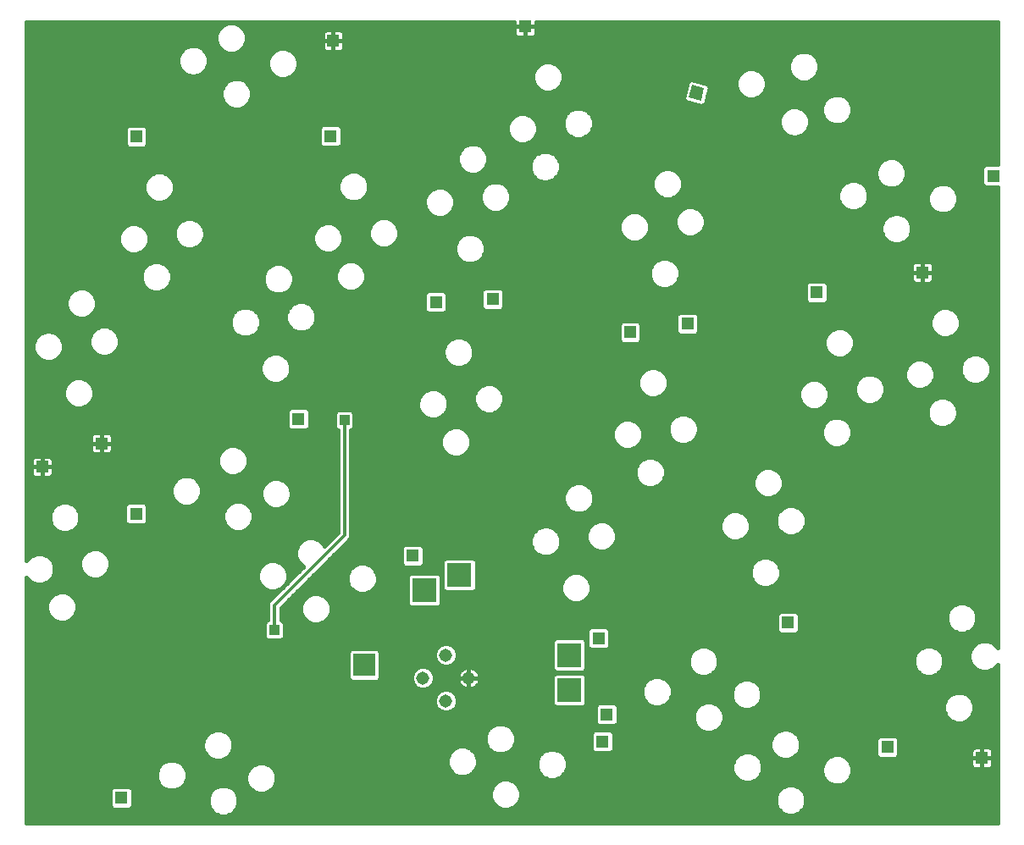
<source format=gbl>
G75*
%MOIN*%
%OFA0B0*%
%FSLAX25Y25*%
%IPPOS*%
%LPD*%
%AMOC8*
5,1,8,0,0,1.08239X$1,22.5*
%
%ADD10C,0.05150*%
%ADD11R,0.04992X0.04992*%
%ADD12R,0.04992X0.04992*%
%ADD13C,0.01600*%
%ADD14R,0.03962X0.03962*%
%ADD15R,0.09449X0.09449*%
%ADD16C,0.16835*%
%ADD17R,0.08858X0.08858*%
%ADD18C,0.01200*%
D10*
X0192611Y0103650D03*
X0201643Y0094623D03*
X0210674Y0103650D03*
X0201643Y0112678D03*
D11*
X0188611Y0151761D03*
X0143611Y0205619D03*
X0197706Y0251682D03*
X0220146Y0252863D03*
X0274202Y0239713D03*
X0296721Y0243099D03*
X0347587Y0255461D03*
X0389202Y0263335D03*
X0417115Y0301367D03*
X0232863Y0360107D03*
X0157351Y0354517D03*
X0156328Y0316957D03*
X0079871Y0316721D03*
X0066131Y0196013D03*
X0042745Y0186721D03*
X0079713Y0168335D03*
X0073887Y0056406D03*
X0263257Y0078650D03*
X0264910Y0089320D03*
X0261839Y0119320D03*
X0336367Y0125383D03*
X0375461Y0076406D03*
X0412587Y0072154D03*
D12*
G36*
X0303364Y0335802D02*
X0302072Y0330982D01*
X0297252Y0332274D01*
X0298544Y0337094D01*
X0303364Y0335802D01*
G37*
D13*
X0036600Y0143203D02*
X0036600Y0046600D01*
X0418732Y0046600D01*
X0418732Y0108951D01*
X0418721Y0108924D01*
X0417038Y0107241D01*
X0414840Y0106331D01*
X0412461Y0106331D01*
X0410262Y0107241D01*
X0408580Y0108924D01*
X0407669Y0111122D01*
X0407669Y0113502D01*
X0408580Y0115700D01*
X0410262Y0117382D01*
X0412461Y0118293D01*
X0414840Y0118293D01*
X0417038Y0117382D01*
X0418721Y0115700D01*
X0418732Y0115672D01*
X0418732Y0296871D01*
X0413790Y0296871D01*
X0412619Y0298042D01*
X0412619Y0304691D01*
X0413790Y0305863D01*
X0418732Y0305863D01*
X0418732Y0361803D01*
X0237159Y0361803D01*
X0237159Y0360107D01*
X0232863Y0360107D01*
X0232863Y0355811D01*
X0235596Y0355811D01*
X0236054Y0355934D01*
X0236464Y0356171D01*
X0236799Y0356506D01*
X0237036Y0356916D01*
X0237159Y0357374D01*
X0237159Y0360107D01*
X0232863Y0360107D01*
X0232863Y0360107D01*
X0232863Y0355811D01*
X0230130Y0355811D01*
X0229672Y0355934D01*
X0229262Y0356171D01*
X0228927Y0356506D01*
X0228690Y0356916D01*
X0228567Y0357374D01*
X0228567Y0360107D01*
X0232863Y0360107D01*
X0232863Y0360107D01*
X0232863Y0360107D01*
X0228567Y0360107D01*
X0228567Y0361803D01*
X0036600Y0361803D01*
X0036600Y0149924D01*
X0036611Y0149952D01*
X0038294Y0151634D01*
X0040492Y0152545D01*
X0042872Y0152545D01*
X0045070Y0151634D01*
X0046752Y0149952D01*
X0047663Y0147753D01*
X0047663Y0145374D01*
X0046752Y0143176D01*
X0045070Y0141493D01*
X0042872Y0140583D01*
X0040492Y0140583D01*
X0038294Y0141493D01*
X0036611Y0143176D01*
X0036600Y0143203D01*
X0036600Y0142506D02*
X0037281Y0142506D01*
X0036600Y0140908D02*
X0039707Y0140908D01*
X0036600Y0139309D02*
X0129612Y0139309D01*
X0130105Y0138816D02*
X0132303Y0137906D01*
X0134683Y0137906D01*
X0136881Y0138816D01*
X0138563Y0140499D01*
X0139474Y0142697D01*
X0139474Y0145076D01*
X0138563Y0147275D01*
X0136881Y0148957D01*
X0134683Y0149868D01*
X0132303Y0149868D01*
X0130105Y0148957D01*
X0128422Y0147275D01*
X0127512Y0145076D01*
X0127512Y0142697D01*
X0128422Y0140499D01*
X0130105Y0138816D01*
X0128253Y0140908D02*
X0043656Y0140908D01*
X0046083Y0142506D02*
X0127591Y0142506D01*
X0127512Y0144105D02*
X0067563Y0144105D01*
X0066999Y0143540D02*
X0068682Y0145223D01*
X0069592Y0147421D01*
X0069592Y0149801D01*
X0068682Y0151999D01*
X0066999Y0153682D01*
X0064801Y0154592D01*
X0062421Y0154592D01*
X0060223Y0153682D01*
X0058540Y0151999D01*
X0057630Y0149801D01*
X0057630Y0147421D01*
X0058540Y0145223D01*
X0060223Y0143540D01*
X0062421Y0142630D01*
X0064801Y0142630D01*
X0066999Y0143540D01*
X0068880Y0145703D02*
X0127771Y0145703D01*
X0128449Y0147302D02*
X0069543Y0147302D01*
X0069592Y0148900D02*
X0130048Y0148900D01*
X0136938Y0148900D02*
X0143918Y0148900D01*
X0143383Y0149436D02*
X0145066Y0147753D01*
X0145647Y0147512D01*
X0131958Y0133824D01*
X0131562Y0132868D01*
X0131562Y0126490D01*
X0131353Y0126490D01*
X0130181Y0125318D01*
X0130181Y0119699D01*
X0131353Y0118528D01*
X0136972Y0118528D01*
X0138143Y0119699D01*
X0138143Y0125318D01*
X0136972Y0126490D01*
X0136762Y0126490D01*
X0136762Y0131274D01*
X0163194Y0157706D01*
X0163925Y0158437D01*
X0164321Y0159393D01*
X0164321Y0201205D01*
X0164531Y0201205D01*
X0165702Y0202376D01*
X0165702Y0207995D01*
X0164531Y0209167D01*
X0158912Y0209167D01*
X0157740Y0207995D01*
X0157740Y0202376D01*
X0158912Y0201205D01*
X0159121Y0201205D01*
X0159121Y0160987D01*
X0153765Y0155631D01*
X0153524Y0156212D01*
X0151842Y0157894D01*
X0149643Y0158805D01*
X0147264Y0158805D01*
X0145066Y0157894D01*
X0143383Y0156212D01*
X0142472Y0154013D01*
X0142472Y0151634D01*
X0143383Y0149436D01*
X0142943Y0150499D02*
X0069303Y0150499D01*
X0068583Y0152097D02*
X0142472Y0152097D01*
X0142472Y0153696D02*
X0066965Y0153696D01*
X0060257Y0153696D02*
X0036600Y0153696D01*
X0036600Y0155294D02*
X0143003Y0155294D01*
X0144064Y0156893D02*
X0036600Y0156893D01*
X0036600Y0158491D02*
X0146507Y0158491D01*
X0150400Y0158491D02*
X0156625Y0158491D01*
X0155027Y0156893D02*
X0152843Y0156893D01*
X0158224Y0160090D02*
X0036600Y0160090D01*
X0036600Y0161688D02*
X0048623Y0161688D01*
X0048333Y0161808D02*
X0050532Y0160898D01*
X0052911Y0160898D01*
X0055109Y0161808D01*
X0056792Y0163491D01*
X0057702Y0165689D01*
X0057702Y0168068D01*
X0056792Y0170267D01*
X0055109Y0171949D01*
X0052911Y0172860D01*
X0050532Y0172860D01*
X0048333Y0171949D01*
X0046651Y0170267D01*
X0045740Y0168068D01*
X0045740Y0165689D01*
X0046651Y0163491D01*
X0048333Y0161808D01*
X0046855Y0163287D02*
X0036600Y0163287D01*
X0036600Y0164885D02*
X0046073Y0164885D01*
X0045740Y0166484D02*
X0036600Y0166484D01*
X0036600Y0168082D02*
X0045746Y0168082D01*
X0046408Y0169681D02*
X0036600Y0169681D01*
X0036600Y0171279D02*
X0047663Y0171279D01*
X0055779Y0171279D02*
X0075217Y0171279D01*
X0075217Y0171660D02*
X0075217Y0165011D01*
X0076389Y0163839D01*
X0083038Y0163839D01*
X0084209Y0165011D01*
X0084209Y0171660D01*
X0083038Y0172831D01*
X0076389Y0172831D01*
X0075217Y0171660D01*
X0075217Y0169681D02*
X0057034Y0169681D01*
X0057697Y0168082D02*
X0075217Y0168082D01*
X0075217Y0166484D02*
X0057702Y0166484D01*
X0057369Y0164885D02*
X0075343Y0164885D01*
X0084084Y0164885D02*
X0114386Y0164885D01*
X0114800Y0163884D02*
X0113890Y0166083D01*
X0113890Y0168462D01*
X0114800Y0170660D01*
X0116483Y0172343D01*
X0118681Y0173254D01*
X0121061Y0173254D01*
X0123259Y0172343D01*
X0124941Y0170660D01*
X0125852Y0168462D01*
X0125852Y0166083D01*
X0124941Y0163884D01*
X0123259Y0162202D01*
X0121061Y0161291D01*
X0118681Y0161291D01*
X0116483Y0162202D01*
X0114800Y0163884D01*
X0115398Y0163287D02*
X0056588Y0163287D01*
X0054820Y0161688D02*
X0117723Y0161688D01*
X0122019Y0161688D02*
X0159121Y0161688D01*
X0159121Y0163287D02*
X0124344Y0163287D01*
X0125356Y0164885D02*
X0159121Y0164885D01*
X0159121Y0166484D02*
X0125852Y0166484D01*
X0125852Y0168082D02*
X0159121Y0168082D01*
X0159121Y0169681D02*
X0125347Y0169681D01*
X0124322Y0171279D02*
X0131303Y0171279D01*
X0131443Y0171139D02*
X0133642Y0170228D01*
X0136021Y0170228D01*
X0138220Y0171139D01*
X0139902Y0172821D01*
X0140813Y0175020D01*
X0140813Y0177399D01*
X0139902Y0179597D01*
X0138220Y0181280D01*
X0136021Y0182191D01*
X0133642Y0182191D01*
X0131443Y0181280D01*
X0129761Y0179597D01*
X0128850Y0177399D01*
X0128850Y0175020D01*
X0129761Y0172821D01*
X0131443Y0171139D01*
X0129738Y0172878D02*
X0121967Y0172878D01*
X0117774Y0172878D02*
X0103581Y0172878D01*
X0102944Y0172241D02*
X0104626Y0173924D01*
X0105537Y0176122D01*
X0105537Y0178502D01*
X0104626Y0180700D01*
X0102944Y0182382D01*
X0100746Y0183293D01*
X0098366Y0183293D01*
X0096168Y0182382D01*
X0094485Y0180700D01*
X0093575Y0178502D01*
X0093575Y0176122D01*
X0094485Y0173924D01*
X0096168Y0172241D01*
X0098366Y0171331D01*
X0100746Y0171331D01*
X0102944Y0172241D01*
X0104855Y0174476D02*
X0129075Y0174476D01*
X0128850Y0176075D02*
X0105517Y0176075D01*
X0105537Y0177673D02*
X0128964Y0177673D01*
X0129626Y0179272D02*
X0105218Y0179272D01*
X0104456Y0180870D02*
X0131034Y0180870D01*
X0122894Y0185814D02*
X0123805Y0188012D01*
X0123805Y0190391D01*
X0122894Y0192590D01*
X0121212Y0194272D01*
X0119013Y0195183D01*
X0116634Y0195183D01*
X0114436Y0194272D01*
X0112753Y0192590D01*
X0111843Y0190391D01*
X0111843Y0188012D01*
X0112753Y0185814D01*
X0114436Y0184131D01*
X0116634Y0183220D01*
X0119013Y0183220D01*
X0121212Y0184131D01*
X0122894Y0185814D01*
X0122747Y0185666D02*
X0159121Y0185666D01*
X0159121Y0184068D02*
X0121058Y0184068D01*
X0123495Y0187265D02*
X0159121Y0187265D01*
X0159121Y0188863D02*
X0123805Y0188863D01*
X0123776Y0190462D02*
X0159121Y0190462D01*
X0159121Y0192060D02*
X0123113Y0192060D01*
X0121825Y0193659D02*
X0159121Y0193659D01*
X0159121Y0195257D02*
X0070427Y0195257D01*
X0070427Y0196013D02*
X0066131Y0196013D01*
X0066131Y0196013D01*
X0066131Y0200309D01*
X0068864Y0200309D01*
X0069322Y0200186D01*
X0069732Y0199949D01*
X0070067Y0199614D01*
X0070304Y0199203D01*
X0070427Y0198746D01*
X0070427Y0196013D01*
X0066131Y0196013D01*
X0066131Y0196013D01*
X0066131Y0200309D01*
X0063398Y0200309D01*
X0062940Y0200186D01*
X0062529Y0199949D01*
X0062194Y0199614D01*
X0061957Y0199203D01*
X0061835Y0198746D01*
X0061835Y0196013D01*
X0066131Y0196013D01*
X0066131Y0196013D01*
X0066131Y0196012D02*
X0066131Y0191717D01*
X0068864Y0191717D01*
X0069322Y0191839D01*
X0069732Y0192076D01*
X0070067Y0192411D01*
X0070304Y0192822D01*
X0070427Y0193280D01*
X0070427Y0196013D01*
X0070427Y0196856D02*
X0159121Y0196856D01*
X0159121Y0198454D02*
X0070427Y0198454D01*
X0069553Y0200053D02*
X0159121Y0200053D01*
X0158465Y0201651D02*
X0147464Y0201651D01*
X0146936Y0201123D02*
X0148107Y0202294D01*
X0148107Y0208943D01*
X0146936Y0210115D01*
X0140287Y0210115D01*
X0139115Y0208943D01*
X0139115Y0202294D01*
X0140287Y0201123D01*
X0146936Y0201123D01*
X0148107Y0203250D02*
X0157740Y0203250D01*
X0157740Y0204848D02*
X0148107Y0204848D01*
X0148107Y0206447D02*
X0157740Y0206447D01*
X0157790Y0208045D02*
X0148107Y0208045D01*
X0147407Y0209644D02*
X0190948Y0209644D01*
X0190661Y0210335D02*
X0191572Y0208136D01*
X0193254Y0206454D01*
X0195453Y0205543D01*
X0197832Y0205543D01*
X0200031Y0206454D01*
X0201713Y0208136D01*
X0202624Y0210335D01*
X0202624Y0212714D01*
X0201713Y0214912D01*
X0200031Y0216595D01*
X0197832Y0217505D01*
X0195453Y0217505D01*
X0193254Y0216595D01*
X0191572Y0214912D01*
X0190661Y0212714D01*
X0190661Y0210335D01*
X0190661Y0211242D02*
X0061000Y0211242D01*
X0060542Y0210785D02*
X0062225Y0212467D01*
X0063135Y0214665D01*
X0063135Y0217045D01*
X0062225Y0219243D01*
X0060542Y0220926D01*
X0058344Y0221836D01*
X0055965Y0221836D01*
X0053766Y0220926D01*
X0052084Y0219243D01*
X0051173Y0217045D01*
X0051173Y0214665D01*
X0052084Y0212467D01*
X0053766Y0210785D01*
X0055965Y0209874D01*
X0058344Y0209874D01*
X0060542Y0210785D01*
X0062380Y0212841D02*
X0190714Y0212841D01*
X0191376Y0214439D02*
X0063042Y0214439D01*
X0063135Y0216038D02*
X0192697Y0216038D01*
X0200588Y0216038D02*
X0213119Y0216038D01*
X0213501Y0216960D02*
X0212591Y0214761D01*
X0212591Y0212382D01*
X0213501Y0210184D01*
X0215184Y0208501D01*
X0217382Y0207591D01*
X0219761Y0207591D01*
X0221960Y0208501D01*
X0223642Y0210184D01*
X0224553Y0212382D01*
X0224553Y0214761D01*
X0223642Y0216960D01*
X0221960Y0218642D01*
X0219761Y0219553D01*
X0217382Y0219553D01*
X0215184Y0218642D01*
X0213501Y0216960D01*
X0214178Y0217636D02*
X0062890Y0217636D01*
X0062228Y0219235D02*
X0216614Y0219235D01*
X0220529Y0219235D02*
X0277197Y0219235D01*
X0277197Y0218681D02*
X0278107Y0216483D01*
X0279790Y0214800D01*
X0281988Y0213890D01*
X0284368Y0213890D01*
X0286566Y0214800D01*
X0288248Y0216483D01*
X0289159Y0218681D01*
X0289159Y0221061D01*
X0288248Y0223259D01*
X0286566Y0224941D01*
X0284368Y0225852D01*
X0281988Y0225852D01*
X0279790Y0224941D01*
X0278107Y0223259D01*
X0277197Y0221061D01*
X0277197Y0218681D01*
X0277630Y0217636D02*
X0222966Y0217636D01*
X0224024Y0216038D02*
X0278553Y0216038D01*
X0280662Y0214439D02*
X0224553Y0214439D01*
X0224553Y0212841D02*
X0341071Y0212841D01*
X0341454Y0211916D02*
X0343136Y0210233D01*
X0345335Y0209323D01*
X0347714Y0209323D01*
X0349912Y0210233D01*
X0351595Y0211916D01*
X0352505Y0214114D01*
X0352505Y0216494D01*
X0351595Y0218692D01*
X0349912Y0220374D01*
X0347714Y0221285D01*
X0345335Y0221285D01*
X0343136Y0220374D01*
X0341454Y0218692D01*
X0340543Y0216494D01*
X0340543Y0214114D01*
X0341454Y0211916D01*
X0342128Y0211242D02*
X0224081Y0211242D01*
X0223102Y0209644D02*
X0344560Y0209644D01*
X0348489Y0209644D02*
X0391193Y0209644D01*
X0391094Y0209407D02*
X0391094Y0207028D01*
X0392005Y0204829D01*
X0393688Y0203147D01*
X0395886Y0202236D01*
X0398265Y0202236D01*
X0400464Y0203147D01*
X0402146Y0204829D01*
X0403057Y0207028D01*
X0403057Y0209407D01*
X0402146Y0211605D01*
X0400464Y0213288D01*
X0398265Y0214198D01*
X0395886Y0214198D01*
X0393688Y0213288D01*
X0392005Y0211605D01*
X0391094Y0209407D01*
X0391094Y0208045D02*
X0220859Y0208045D01*
X0216284Y0208045D02*
X0201622Y0208045D01*
X0202337Y0209644D02*
X0214041Y0209644D01*
X0213063Y0211242D02*
X0202624Y0211242D01*
X0202571Y0212841D02*
X0212591Y0212841D01*
X0212591Y0214439D02*
X0201909Y0214439D01*
X0200013Y0206447D02*
X0291453Y0206447D01*
X0291680Y0206674D02*
X0289997Y0204991D01*
X0289087Y0202793D01*
X0289087Y0200413D01*
X0289997Y0198215D01*
X0291680Y0196533D01*
X0293878Y0195622D01*
X0296257Y0195622D01*
X0298456Y0196533D01*
X0300138Y0198215D01*
X0301049Y0200413D01*
X0301049Y0202793D01*
X0300138Y0204991D01*
X0298456Y0206674D01*
X0296257Y0207584D01*
X0293878Y0207584D01*
X0291680Y0206674D01*
X0289938Y0204848D02*
X0275991Y0204848D01*
X0276527Y0204626D02*
X0274328Y0205537D01*
X0271949Y0205537D01*
X0269751Y0204626D01*
X0268068Y0202944D01*
X0267157Y0200746D01*
X0267157Y0198366D01*
X0268068Y0196168D01*
X0269751Y0194485D01*
X0271949Y0193575D01*
X0274328Y0193575D01*
X0276527Y0194485D01*
X0278209Y0196168D01*
X0279120Y0198366D01*
X0279120Y0200746D01*
X0278209Y0202944D01*
X0276527Y0204626D01*
X0277903Y0203250D02*
X0289276Y0203250D01*
X0289087Y0201651D02*
X0278745Y0201651D01*
X0279120Y0200053D02*
X0289236Y0200053D01*
X0289898Y0198454D02*
X0279120Y0198454D01*
X0278494Y0196856D02*
X0291357Y0196856D01*
X0298779Y0196856D02*
X0350491Y0196856D01*
X0350391Y0196955D02*
X0352073Y0195273D01*
X0354272Y0194362D01*
X0356651Y0194362D01*
X0358849Y0195273D01*
X0360532Y0196955D01*
X0361443Y0199154D01*
X0361443Y0201533D01*
X0360532Y0203731D01*
X0358849Y0205414D01*
X0356651Y0206324D01*
X0354272Y0206324D01*
X0352073Y0205414D01*
X0350391Y0203731D01*
X0349480Y0201533D01*
X0349480Y0199154D01*
X0350391Y0196955D01*
X0349770Y0198454D02*
X0300237Y0198454D01*
X0300899Y0200053D02*
X0349480Y0200053D01*
X0349529Y0201651D02*
X0301049Y0201651D01*
X0300860Y0203250D02*
X0350191Y0203250D01*
X0351508Y0204848D02*
X0300197Y0204848D01*
X0298683Y0206447D02*
X0391335Y0206447D01*
X0391997Y0204848D02*
X0359415Y0204848D01*
X0360731Y0203250D02*
X0393585Y0203250D01*
X0400566Y0203250D02*
X0418732Y0203250D01*
X0418732Y0204848D02*
X0402154Y0204848D01*
X0402816Y0206447D02*
X0418732Y0206447D01*
X0418732Y0208045D02*
X0403057Y0208045D01*
X0402959Y0209644D02*
X0418732Y0209644D01*
X0418732Y0211242D02*
X0402297Y0211242D01*
X0400911Y0212841D02*
X0418732Y0212841D01*
X0418732Y0214439D02*
X0373721Y0214439D01*
X0373524Y0213963D02*
X0374435Y0216161D01*
X0374435Y0218541D01*
X0373524Y0220739D01*
X0371842Y0222422D01*
X0369643Y0223332D01*
X0367264Y0223332D01*
X0365066Y0222422D01*
X0363383Y0220739D01*
X0362472Y0218541D01*
X0362472Y0216161D01*
X0363383Y0213963D01*
X0365066Y0212281D01*
X0367264Y0211370D01*
X0369643Y0211370D01*
X0371842Y0212281D01*
X0373524Y0213963D01*
X0372402Y0212841D02*
X0393240Y0212841D01*
X0391855Y0211242D02*
X0350921Y0211242D01*
X0351978Y0212841D02*
X0364505Y0212841D01*
X0363186Y0214439D02*
X0352505Y0214439D01*
X0352505Y0216038D02*
X0362524Y0216038D01*
X0362472Y0217636D02*
X0352032Y0217636D01*
X0351052Y0219235D02*
X0362760Y0219235D01*
X0363477Y0220833D02*
X0348805Y0220833D01*
X0344244Y0220833D02*
X0289159Y0220833D01*
X0289159Y0219235D02*
X0341997Y0219235D01*
X0341017Y0217636D02*
X0288726Y0217636D01*
X0287803Y0216038D02*
X0340543Y0216038D01*
X0340543Y0214439D02*
X0285694Y0214439D01*
X0288591Y0222432D02*
X0365090Y0222432D01*
X0371817Y0222432D02*
X0382157Y0222432D01*
X0382157Y0221988D02*
X0383068Y0219790D01*
X0384751Y0218107D01*
X0386949Y0217197D01*
X0389328Y0217197D01*
X0391527Y0218107D01*
X0393209Y0219790D01*
X0394120Y0221988D01*
X0394120Y0224368D01*
X0393209Y0226566D01*
X0391527Y0228248D01*
X0389328Y0229159D01*
X0386949Y0229159D01*
X0384751Y0228248D01*
X0383068Y0226566D01*
X0382157Y0224368D01*
X0382157Y0221988D01*
X0382636Y0220833D02*
X0373430Y0220833D01*
X0374147Y0219235D02*
X0383623Y0219235D01*
X0385888Y0217636D02*
X0374435Y0217636D01*
X0374383Y0216038D02*
X0418732Y0216038D01*
X0418732Y0217636D02*
X0390389Y0217636D01*
X0392654Y0219235D02*
X0418732Y0219235D01*
X0418732Y0220833D02*
X0414134Y0220833D01*
X0413456Y0220155D02*
X0415138Y0221837D01*
X0416049Y0224035D01*
X0416049Y0226415D01*
X0415138Y0228613D01*
X0413456Y0230296D01*
X0411257Y0231206D01*
X0408878Y0231206D01*
X0406680Y0230296D01*
X0404997Y0228613D01*
X0404087Y0226415D01*
X0404087Y0224035D01*
X0404997Y0221837D01*
X0406680Y0220155D01*
X0408878Y0219244D01*
X0411257Y0219244D01*
X0413456Y0220155D01*
X0415385Y0222432D02*
X0418732Y0222432D01*
X0418732Y0224030D02*
X0416047Y0224030D01*
X0416049Y0225629D02*
X0418732Y0225629D01*
X0418732Y0227227D02*
X0415712Y0227227D01*
X0414926Y0228826D02*
X0418732Y0228826D01*
X0418732Y0230424D02*
X0413145Y0230424D01*
X0418732Y0232023D02*
X0361426Y0232023D01*
X0361634Y0232231D02*
X0362545Y0234429D01*
X0362545Y0236809D01*
X0361634Y0239007D01*
X0359952Y0240689D01*
X0357753Y0241600D01*
X0355374Y0241600D01*
X0353176Y0240689D01*
X0351493Y0239007D01*
X0350583Y0236809D01*
X0350583Y0234429D01*
X0351493Y0232231D01*
X0353176Y0230548D01*
X0355374Y0229638D01*
X0357753Y0229638D01*
X0359952Y0230548D01*
X0361634Y0232231D01*
X0362210Y0233621D02*
X0418732Y0233621D01*
X0418732Y0235220D02*
X0362545Y0235220D01*
X0362541Y0236818D02*
X0418732Y0236818D01*
X0418732Y0238417D02*
X0401553Y0238417D01*
X0401566Y0238422D02*
X0403248Y0240105D01*
X0404159Y0242303D01*
X0404159Y0244683D01*
X0403248Y0246881D01*
X0401566Y0248563D01*
X0399368Y0249474D01*
X0396988Y0249474D01*
X0394790Y0248563D01*
X0393107Y0246881D01*
X0392197Y0244683D01*
X0392197Y0242303D01*
X0393107Y0240105D01*
X0394790Y0238422D01*
X0396988Y0237512D01*
X0399368Y0237512D01*
X0401566Y0238422D01*
X0403159Y0240015D02*
X0418732Y0240015D01*
X0418732Y0241614D02*
X0403874Y0241614D01*
X0404159Y0243212D02*
X0418732Y0243212D01*
X0418732Y0244811D02*
X0404106Y0244811D01*
X0403444Y0246409D02*
X0418732Y0246409D01*
X0418732Y0248008D02*
X0402121Y0248008D01*
X0394234Y0248008D02*
X0201852Y0248008D01*
X0202202Y0248357D02*
X0201030Y0247186D01*
X0194381Y0247186D01*
X0193209Y0248357D01*
X0193209Y0255006D01*
X0194381Y0256178D01*
X0201030Y0256178D01*
X0202202Y0255006D01*
X0202202Y0248357D01*
X0202202Y0249606D02*
X0215650Y0249606D01*
X0215650Y0249538D02*
X0216822Y0248367D01*
X0223471Y0248367D01*
X0224643Y0249538D01*
X0224643Y0256187D01*
X0223471Y0257359D01*
X0216822Y0257359D01*
X0215650Y0256187D01*
X0215650Y0249538D01*
X0215650Y0251205D02*
X0202202Y0251205D01*
X0202202Y0252803D02*
X0215650Y0252803D01*
X0215650Y0254402D02*
X0202202Y0254402D01*
X0201207Y0256001D02*
X0215650Y0256001D01*
X0224643Y0256001D02*
X0343091Y0256001D01*
X0343091Y0257599D02*
X0290476Y0257599D01*
X0291133Y0257871D02*
X0288935Y0256961D01*
X0286555Y0256961D01*
X0284357Y0257871D01*
X0282674Y0259554D01*
X0281764Y0261752D01*
X0281764Y0264131D01*
X0282674Y0266330D01*
X0284357Y0268012D01*
X0286555Y0268923D01*
X0288935Y0268923D01*
X0291133Y0268012D01*
X0292815Y0266330D01*
X0293726Y0264131D01*
X0293726Y0261752D01*
X0292815Y0259554D01*
X0291133Y0257871D01*
X0292459Y0259198D02*
X0343503Y0259198D01*
X0343091Y0258786D02*
X0344263Y0259957D01*
X0350912Y0259957D01*
X0352083Y0258786D01*
X0352083Y0252137D01*
X0350912Y0250965D01*
X0344263Y0250965D01*
X0343091Y0252137D01*
X0343091Y0258786D01*
X0343091Y0254402D02*
X0224643Y0254402D01*
X0224643Y0252803D02*
X0343091Y0252803D01*
X0344023Y0251205D02*
X0224643Y0251205D01*
X0224643Y0249606D02*
X0418732Y0249606D01*
X0418732Y0251205D02*
X0351152Y0251205D01*
X0352083Y0252803D02*
X0418732Y0252803D01*
X0418732Y0254402D02*
X0352083Y0254402D01*
X0352083Y0256001D02*
X0418732Y0256001D01*
X0418732Y0257599D02*
X0352083Y0257599D01*
X0351672Y0259198D02*
X0385949Y0259198D01*
X0386011Y0259162D02*
X0386469Y0259039D01*
X0389202Y0259039D01*
X0391935Y0259039D01*
X0392392Y0259162D01*
X0392803Y0259399D01*
X0393138Y0259734D01*
X0393375Y0260145D01*
X0393498Y0260602D01*
X0393498Y0263335D01*
X0389202Y0263335D01*
X0389202Y0263335D01*
X0389202Y0259039D01*
X0389202Y0263335D01*
X0389202Y0263335D01*
X0393498Y0263335D01*
X0393498Y0266068D01*
X0393375Y0266526D01*
X0393138Y0266937D01*
X0392803Y0267272D01*
X0392392Y0267509D01*
X0391935Y0267631D01*
X0389202Y0267631D01*
X0389202Y0263336D01*
X0389202Y0263336D01*
X0389202Y0267631D01*
X0386469Y0267631D01*
X0386011Y0267509D01*
X0385600Y0267272D01*
X0385265Y0266937D01*
X0385028Y0266526D01*
X0384906Y0266068D01*
X0384906Y0263335D01*
X0384906Y0260602D01*
X0385028Y0260145D01*
X0385265Y0259734D01*
X0385600Y0259399D01*
X0386011Y0259162D01*
X0384906Y0260796D02*
X0293330Y0260796D01*
X0293726Y0262395D02*
X0384906Y0262395D01*
X0384906Y0263335D02*
X0389201Y0263335D01*
X0389201Y0263335D01*
X0384906Y0263335D01*
X0384906Y0263993D02*
X0293726Y0263993D01*
X0293121Y0265592D02*
X0384906Y0265592D01*
X0385519Y0267190D02*
X0291955Y0267190D01*
X0289259Y0268789D02*
X0418732Y0268789D01*
X0418732Y0270387D02*
X0216684Y0270387D01*
X0216241Y0269317D02*
X0217151Y0271516D01*
X0217151Y0273895D01*
X0216241Y0276094D01*
X0214558Y0277776D01*
X0212360Y0278687D01*
X0209980Y0278687D01*
X0207782Y0277776D01*
X0206100Y0276094D01*
X0205189Y0273895D01*
X0205189Y0271516D01*
X0206100Y0269317D01*
X0207782Y0267635D01*
X0209980Y0266724D01*
X0212360Y0266724D01*
X0214558Y0267635D01*
X0216241Y0269317D01*
X0215712Y0268789D02*
X0286231Y0268789D01*
X0283535Y0267190D02*
X0213484Y0267190D01*
X0208856Y0267190D02*
X0166913Y0267190D01*
X0167590Y0266910D02*
X0165391Y0267820D01*
X0163012Y0267820D01*
X0160814Y0266910D01*
X0159131Y0265227D01*
X0158220Y0263029D01*
X0158220Y0260650D01*
X0159131Y0258451D01*
X0160814Y0256769D01*
X0163012Y0255858D01*
X0165391Y0255858D01*
X0167590Y0256769D01*
X0169272Y0258451D01*
X0170183Y0260650D01*
X0170183Y0263029D01*
X0169272Y0265227D01*
X0167590Y0266910D01*
X0168908Y0265592D02*
X0282369Y0265592D01*
X0281764Y0263993D02*
X0169783Y0263993D01*
X0170183Y0262395D02*
X0281764Y0262395D01*
X0282160Y0260796D02*
X0170183Y0260796D01*
X0169581Y0259198D02*
X0283031Y0259198D01*
X0285014Y0257599D02*
X0168420Y0257599D01*
X0165735Y0256001D02*
X0194204Y0256001D01*
X0193209Y0254402D02*
X0063376Y0254402D01*
X0063327Y0254519D02*
X0061645Y0256201D01*
X0059446Y0257112D01*
X0057067Y0257112D01*
X0054869Y0256201D01*
X0053186Y0254519D01*
X0052276Y0252320D01*
X0052276Y0249941D01*
X0053186Y0247743D01*
X0054869Y0246060D01*
X0057067Y0245150D01*
X0059446Y0245150D01*
X0061645Y0246060D01*
X0063327Y0247743D01*
X0064238Y0249941D01*
X0064238Y0252320D01*
X0063327Y0254519D01*
X0064038Y0252803D02*
X0193209Y0252803D01*
X0193209Y0251205D02*
X0147198Y0251205D01*
X0148062Y0250847D02*
X0145864Y0251757D01*
X0143484Y0251757D01*
X0141286Y0250847D01*
X0139603Y0249164D01*
X0138693Y0246966D01*
X0138693Y0244587D01*
X0139603Y0242388D01*
X0141286Y0240706D01*
X0143484Y0239795D01*
X0145864Y0239795D01*
X0148062Y0240706D01*
X0149745Y0242388D01*
X0150655Y0244587D01*
X0150655Y0246966D01*
X0149745Y0249164D01*
X0148062Y0250847D01*
X0149302Y0249606D02*
X0193209Y0249606D01*
X0193559Y0248008D02*
X0150224Y0248008D01*
X0150655Y0246409D02*
X0292225Y0246409D01*
X0292225Y0246424D02*
X0293397Y0247595D01*
X0300046Y0247595D01*
X0301217Y0246424D01*
X0301217Y0239775D01*
X0300046Y0238603D01*
X0293397Y0238603D01*
X0292225Y0239775D01*
X0292225Y0246424D01*
X0292225Y0244811D02*
X0150655Y0244811D01*
X0150086Y0243212D02*
X0269880Y0243212D01*
X0269706Y0243038D02*
X0269706Y0236389D01*
X0270877Y0235217D01*
X0277526Y0235217D01*
X0278698Y0236389D01*
X0278698Y0243038D01*
X0277526Y0244209D01*
X0270877Y0244209D01*
X0269706Y0243038D01*
X0269706Y0241614D02*
X0148970Y0241614D01*
X0146395Y0240015D02*
X0269706Y0240015D01*
X0269706Y0238417D02*
X0125549Y0238417D01*
X0126133Y0238659D02*
X0127815Y0240341D01*
X0128726Y0242539D01*
X0128726Y0244919D01*
X0127815Y0247117D01*
X0126133Y0248800D01*
X0123935Y0249710D01*
X0121555Y0249710D01*
X0119357Y0248800D01*
X0117674Y0247117D01*
X0116764Y0244919D01*
X0116764Y0242539D01*
X0117674Y0240341D01*
X0119357Y0238659D01*
X0121555Y0237748D01*
X0123935Y0237748D01*
X0126133Y0238659D01*
X0127490Y0240015D02*
X0142953Y0240015D01*
X0140378Y0241614D02*
X0128343Y0241614D01*
X0128726Y0243212D02*
X0139262Y0243212D01*
X0138693Y0244811D02*
X0128726Y0244811D01*
X0128109Y0246409D02*
X0138693Y0246409D01*
X0139124Y0248008D02*
X0126925Y0248008D01*
X0124185Y0249606D02*
X0140046Y0249606D01*
X0142150Y0251205D02*
X0064238Y0251205D01*
X0064099Y0249606D02*
X0121305Y0249606D01*
X0118565Y0248008D02*
X0063437Y0248008D01*
X0061994Y0246409D02*
X0117381Y0246409D01*
X0116764Y0244811D02*
X0036600Y0244811D01*
X0036600Y0246409D02*
X0054519Y0246409D01*
X0053076Y0248008D02*
X0036600Y0248008D01*
X0036600Y0249606D02*
X0052414Y0249606D01*
X0052276Y0251205D02*
X0036600Y0251205D01*
X0036600Y0252803D02*
X0052476Y0252803D01*
X0053138Y0254402D02*
X0036600Y0254402D01*
X0036600Y0256001D02*
X0054668Y0256001D01*
X0061845Y0256001D02*
X0085641Y0256001D01*
X0086555Y0255622D02*
X0088935Y0255622D01*
X0091133Y0256533D01*
X0092815Y0258215D01*
X0093726Y0260413D01*
X0093726Y0262793D01*
X0092815Y0264991D01*
X0091133Y0266674D01*
X0088935Y0267584D01*
X0086555Y0267584D01*
X0084357Y0266674D01*
X0082674Y0264991D01*
X0081764Y0262793D01*
X0081764Y0260413D01*
X0082674Y0258215D01*
X0084357Y0256533D01*
X0086555Y0255622D01*
X0089848Y0256001D02*
X0132015Y0256001D01*
X0132349Y0255666D02*
X0134547Y0254756D01*
X0136927Y0254756D01*
X0139125Y0255666D01*
X0140808Y0257349D01*
X0141718Y0259547D01*
X0141718Y0261927D01*
X0140808Y0264125D01*
X0139125Y0265808D01*
X0136927Y0266718D01*
X0134547Y0266718D01*
X0132349Y0265808D01*
X0130666Y0264125D01*
X0129756Y0261927D01*
X0129756Y0259547D01*
X0130666Y0257349D01*
X0132349Y0255666D01*
X0130563Y0257599D02*
X0092199Y0257599D01*
X0093222Y0259198D02*
X0129901Y0259198D01*
X0129756Y0260796D02*
X0093726Y0260796D01*
X0093726Y0262395D02*
X0129950Y0262395D01*
X0130612Y0263993D02*
X0093229Y0263993D01*
X0092215Y0265592D02*
X0132133Y0265592D01*
X0139341Y0265592D02*
X0159495Y0265592D01*
X0158620Y0263993D02*
X0140862Y0263993D01*
X0141524Y0262395D02*
X0158220Y0262395D01*
X0158220Y0260796D02*
X0141718Y0260796D01*
X0141573Y0259198D02*
X0158822Y0259198D01*
X0159983Y0257599D02*
X0140911Y0257599D01*
X0139459Y0256001D02*
X0162668Y0256001D01*
X0161490Y0267190D02*
X0089886Y0267190D01*
X0085604Y0267190D02*
X0036600Y0267190D01*
X0036600Y0265592D02*
X0083275Y0265592D01*
X0082261Y0263993D02*
X0036600Y0263993D01*
X0036600Y0262395D02*
X0081764Y0262395D01*
X0081764Y0260796D02*
X0036600Y0260796D01*
X0036600Y0259198D02*
X0082267Y0259198D01*
X0083290Y0257599D02*
X0036600Y0257599D01*
X0036600Y0268789D02*
X0206628Y0268789D01*
X0205656Y0270387D02*
X0036600Y0270387D01*
X0036600Y0271986D02*
X0074927Y0271986D01*
X0075420Y0271493D02*
X0073737Y0273176D01*
X0072827Y0275374D01*
X0072827Y0277753D01*
X0073737Y0279952D01*
X0075420Y0281634D01*
X0077618Y0282545D01*
X0079998Y0282545D01*
X0082196Y0281634D01*
X0083878Y0279952D01*
X0084789Y0277753D01*
X0084789Y0275374D01*
X0083878Y0273176D01*
X0082196Y0271493D01*
X0079998Y0270583D01*
X0077618Y0270583D01*
X0075420Y0271493D01*
X0073568Y0273584D02*
X0036600Y0273584D01*
X0036600Y0275183D02*
X0072906Y0275183D01*
X0072827Y0276781D02*
X0036600Y0276781D01*
X0036600Y0278380D02*
X0073086Y0278380D01*
X0073764Y0279978D02*
X0036600Y0279978D01*
X0036600Y0281577D02*
X0075362Y0281577D01*
X0082253Y0281577D02*
X0095492Y0281577D01*
X0095666Y0281999D02*
X0094756Y0279801D01*
X0094756Y0277421D01*
X0095666Y0275223D01*
X0097349Y0273540D01*
X0099547Y0272630D01*
X0101927Y0272630D01*
X0104125Y0273540D01*
X0105808Y0275223D01*
X0106718Y0277421D01*
X0106718Y0279801D01*
X0105808Y0281999D01*
X0104125Y0283682D01*
X0101927Y0284592D01*
X0099547Y0284592D01*
X0097349Y0283682D01*
X0095666Y0281999D01*
X0096843Y0283175D02*
X0036600Y0283175D01*
X0036600Y0284774D02*
X0175872Y0284774D01*
X0176004Y0284828D02*
X0173806Y0283918D01*
X0172123Y0282235D01*
X0171213Y0280037D01*
X0171213Y0277658D01*
X0172123Y0275459D01*
X0173806Y0273777D01*
X0176004Y0272866D01*
X0178383Y0272866D01*
X0180582Y0273777D01*
X0182264Y0275459D01*
X0183175Y0277658D01*
X0183175Y0280037D01*
X0182264Y0282235D01*
X0180582Y0283918D01*
X0178383Y0284828D01*
X0176004Y0284828D01*
X0178515Y0284774D02*
X0270961Y0284774D01*
X0270785Y0284597D02*
X0269874Y0282399D01*
X0269874Y0280020D01*
X0270785Y0277821D01*
X0272467Y0276139D01*
X0274665Y0275228D01*
X0277045Y0275228D01*
X0279243Y0276139D01*
X0280926Y0277821D01*
X0281836Y0280020D01*
X0281836Y0282399D01*
X0280926Y0284597D01*
X0279243Y0286280D01*
X0277045Y0287191D01*
X0274665Y0287191D01*
X0272467Y0286280D01*
X0270785Y0284597D01*
X0270195Y0283175D02*
X0181324Y0283175D01*
X0182537Y0281577D02*
X0269874Y0281577D01*
X0269891Y0279978D02*
X0183175Y0279978D01*
X0183175Y0278380D02*
X0209239Y0278380D01*
X0206787Y0276781D02*
X0182812Y0276781D01*
X0181988Y0275183D02*
X0205722Y0275183D01*
X0205189Y0273584D02*
X0180117Y0273584D01*
X0174271Y0273584D02*
X0160406Y0273584D01*
X0160335Y0273412D02*
X0161246Y0275610D01*
X0161246Y0277990D01*
X0160335Y0280188D01*
X0158653Y0281871D01*
X0156454Y0282781D01*
X0154075Y0282781D01*
X0151877Y0281871D01*
X0150194Y0280188D01*
X0149283Y0277990D01*
X0149283Y0275610D01*
X0150194Y0273412D01*
X0151877Y0271729D01*
X0154075Y0270819D01*
X0156454Y0270819D01*
X0158653Y0271729D01*
X0160335Y0273412D01*
X0161069Y0275183D02*
X0172400Y0275183D01*
X0171576Y0276781D02*
X0161246Y0276781D01*
X0161084Y0278380D02*
X0171213Y0278380D01*
X0171213Y0279978D02*
X0160422Y0279978D01*
X0158946Y0281577D02*
X0171850Y0281577D01*
X0173063Y0283175D02*
X0104631Y0283175D01*
X0105982Y0281577D02*
X0151583Y0281577D01*
X0150107Y0279978D02*
X0106645Y0279978D01*
X0106718Y0278380D02*
X0149445Y0278380D01*
X0149283Y0276781D02*
X0106453Y0276781D01*
X0105767Y0275183D02*
X0149461Y0275183D01*
X0150123Y0273584D02*
X0104169Y0273584D01*
X0097305Y0273584D02*
X0084048Y0273584D01*
X0084710Y0275183D02*
X0095707Y0275183D01*
X0095021Y0276781D02*
X0084789Y0276781D01*
X0084530Y0278380D02*
X0094756Y0278380D01*
X0094829Y0279978D02*
X0083852Y0279978D01*
X0082688Y0271986D02*
X0151620Y0271986D01*
X0158909Y0271986D02*
X0205189Y0271986D01*
X0213101Y0278380D02*
X0270553Y0278380D01*
X0271825Y0276781D02*
X0215553Y0276781D01*
X0216618Y0275183D02*
X0376214Y0275183D01*
X0375617Y0275430D02*
X0377815Y0274520D01*
X0380194Y0274520D01*
X0382393Y0275430D01*
X0384075Y0277113D01*
X0384986Y0279311D01*
X0384986Y0281691D01*
X0384075Y0283889D01*
X0382393Y0285571D01*
X0380194Y0286482D01*
X0377815Y0286482D01*
X0375617Y0285571D01*
X0373934Y0283889D01*
X0373024Y0281691D01*
X0373024Y0279311D01*
X0373934Y0277113D01*
X0375617Y0275430D01*
X0374266Y0276781D02*
X0279885Y0276781D01*
X0281157Y0278380D02*
X0294203Y0278380D01*
X0294396Y0278186D02*
X0296595Y0277276D01*
X0298974Y0277276D01*
X0301172Y0278186D01*
X0302855Y0279869D01*
X0303765Y0282067D01*
X0303765Y0284446D01*
X0302855Y0286645D01*
X0301172Y0288327D01*
X0298974Y0289238D01*
X0296595Y0289238D01*
X0294396Y0288327D01*
X0292714Y0286645D01*
X0291803Y0284446D01*
X0291803Y0282067D01*
X0292714Y0279869D01*
X0294396Y0278186D01*
X0292668Y0279978D02*
X0281819Y0279978D01*
X0281836Y0281577D02*
X0292006Y0281577D01*
X0291803Y0283175D02*
X0281515Y0283175D01*
X0280749Y0284774D02*
X0291939Y0284774D01*
X0292601Y0286372D02*
X0279020Y0286372D01*
X0272690Y0286372D02*
X0203138Y0286372D01*
X0202668Y0285903D02*
X0204351Y0287585D01*
X0205261Y0289784D01*
X0205261Y0292163D01*
X0204351Y0294361D01*
X0202668Y0296044D01*
X0200470Y0296954D01*
X0198091Y0296954D01*
X0195892Y0296044D01*
X0194210Y0294361D01*
X0193299Y0292163D01*
X0193299Y0289784D01*
X0194210Y0287585D01*
X0195892Y0285903D01*
X0198091Y0284992D01*
X0200470Y0284992D01*
X0202668Y0285903D01*
X0204511Y0287971D02*
X0217801Y0287971D01*
X0217821Y0287950D02*
X0220020Y0287039D01*
X0222399Y0287039D01*
X0224597Y0287950D01*
X0226280Y0289632D01*
X0227191Y0291831D01*
X0227191Y0294210D01*
X0226280Y0296408D01*
X0224597Y0298091D01*
X0222399Y0299002D01*
X0220020Y0299002D01*
X0217821Y0298091D01*
X0216139Y0296408D01*
X0215228Y0294210D01*
X0215228Y0291831D01*
X0216139Y0289632D01*
X0217821Y0287950D01*
X0216202Y0289569D02*
X0205173Y0289569D01*
X0205261Y0291168D02*
X0215503Y0291168D01*
X0215228Y0292766D02*
X0205012Y0292766D01*
X0204347Y0294365D02*
X0215292Y0294365D01*
X0215955Y0295963D02*
X0202749Y0295963D01*
X0195812Y0295963D02*
X0171285Y0295963D01*
X0171285Y0295925D02*
X0170374Y0293727D01*
X0168692Y0292044D01*
X0166494Y0291134D01*
X0164114Y0291134D01*
X0161916Y0292044D01*
X0160233Y0293727D01*
X0159323Y0295925D01*
X0159323Y0298305D01*
X0160233Y0300503D01*
X0161916Y0302185D01*
X0164114Y0303096D01*
X0166494Y0303096D01*
X0168692Y0302185D01*
X0170374Y0300503D01*
X0171285Y0298305D01*
X0171285Y0295925D01*
X0171285Y0297562D02*
X0217292Y0297562D01*
X0215660Y0302911D02*
X0217343Y0304593D01*
X0218254Y0306791D01*
X0218254Y0309171D01*
X0217343Y0311369D01*
X0215660Y0313052D01*
X0213462Y0313962D01*
X0211083Y0313962D01*
X0208884Y0313052D01*
X0207202Y0311369D01*
X0206291Y0309171D01*
X0206291Y0306791D01*
X0207202Y0304593D01*
X0208884Y0302911D01*
X0211083Y0302000D01*
X0213462Y0302000D01*
X0215660Y0302911D01*
X0214325Y0302357D02*
X0235353Y0302357D01*
X0235666Y0301601D02*
X0237349Y0299918D01*
X0239547Y0299008D01*
X0241927Y0299008D01*
X0244125Y0299918D01*
X0245808Y0301601D01*
X0246718Y0303799D01*
X0246718Y0306179D01*
X0245808Y0308377D01*
X0244125Y0310059D01*
X0241927Y0310970D01*
X0239547Y0310970D01*
X0237349Y0310059D01*
X0235666Y0308377D01*
X0234756Y0306179D01*
X0234756Y0303799D01*
X0235666Y0301601D01*
X0236509Y0300759D02*
X0170119Y0300759D01*
X0170931Y0299160D02*
X0239179Y0299160D01*
X0242295Y0299160D02*
X0282866Y0299160D01*
X0282866Y0299407D02*
X0282866Y0297028D01*
X0283777Y0294829D01*
X0285459Y0293147D01*
X0287658Y0292236D01*
X0290037Y0292236D01*
X0292235Y0293147D01*
X0293918Y0294829D01*
X0294828Y0297028D01*
X0294828Y0299407D01*
X0293918Y0301605D01*
X0292235Y0303288D01*
X0290037Y0304198D01*
X0287658Y0304198D01*
X0285459Y0303288D01*
X0283777Y0301605D01*
X0282866Y0299407D01*
X0283426Y0300759D02*
X0244965Y0300759D01*
X0246121Y0302357D02*
X0284529Y0302357D01*
X0287072Y0303956D02*
X0246718Y0303956D01*
X0246718Y0305554D02*
X0371778Y0305554D01*
X0371887Y0305818D02*
X0370976Y0303620D01*
X0370976Y0301240D01*
X0371887Y0299042D01*
X0373569Y0297359D01*
X0375768Y0296449D01*
X0378147Y0296449D01*
X0380345Y0297359D01*
X0382028Y0299042D01*
X0382939Y0301240D01*
X0382939Y0303620D01*
X0382028Y0305818D01*
X0380345Y0307500D01*
X0378147Y0308411D01*
X0375768Y0308411D01*
X0373569Y0307500D01*
X0371887Y0305818D01*
X0373222Y0307153D02*
X0246315Y0307153D01*
X0245433Y0308751D02*
X0418732Y0308751D01*
X0418732Y0307153D02*
X0380693Y0307153D01*
X0382137Y0305554D02*
X0413482Y0305554D01*
X0412619Y0303956D02*
X0382799Y0303956D01*
X0382939Y0302357D02*
X0412619Y0302357D01*
X0412619Y0300759D02*
X0382739Y0300759D01*
X0382077Y0299160D02*
X0412619Y0299160D01*
X0413100Y0297562D02*
X0400417Y0297562D01*
X0400660Y0297461D02*
X0398462Y0298372D01*
X0396083Y0298372D01*
X0393884Y0297461D01*
X0392202Y0295779D01*
X0391291Y0293580D01*
X0391291Y0291201D01*
X0392202Y0289003D01*
X0393884Y0287320D01*
X0396083Y0286409D01*
X0398462Y0286409D01*
X0400660Y0287320D01*
X0402343Y0289003D01*
X0403254Y0291201D01*
X0403254Y0293580D01*
X0402343Y0295779D01*
X0400660Y0297461D01*
X0402158Y0295963D02*
X0418732Y0295963D01*
X0418732Y0294365D02*
X0402929Y0294365D01*
X0403254Y0292766D02*
X0418732Y0292766D01*
X0418732Y0291168D02*
X0403240Y0291168D01*
X0402578Y0289569D02*
X0418732Y0289569D01*
X0418732Y0287971D02*
X0401311Y0287971D01*
X0393234Y0287971D02*
X0364295Y0287971D01*
X0365385Y0288422D02*
X0363187Y0287512D01*
X0360807Y0287512D01*
X0358609Y0288422D01*
X0356926Y0290105D01*
X0356016Y0292303D01*
X0356016Y0294683D01*
X0356926Y0296881D01*
X0358609Y0298563D01*
X0360807Y0299474D01*
X0363187Y0299474D01*
X0365385Y0298563D01*
X0367067Y0296881D01*
X0367978Y0294683D01*
X0367978Y0292303D01*
X0367067Y0290105D01*
X0365385Y0288422D01*
X0366532Y0289569D02*
X0391967Y0289569D01*
X0391305Y0291168D02*
X0367508Y0291168D01*
X0367978Y0292766D02*
X0391291Y0292766D01*
X0391616Y0294365D02*
X0367978Y0294365D01*
X0367447Y0295963D02*
X0392387Y0295963D01*
X0394128Y0297562D02*
X0380548Y0297562D01*
X0373367Y0297562D02*
X0366386Y0297562D01*
X0363944Y0299160D02*
X0371838Y0299160D01*
X0371176Y0300759D02*
X0294268Y0300759D01*
X0294828Y0299160D02*
X0360050Y0299160D01*
X0357607Y0297562D02*
X0294828Y0297562D01*
X0294387Y0295963D02*
X0356546Y0295963D01*
X0356016Y0294365D02*
X0293453Y0294365D01*
X0291317Y0292766D02*
X0356016Y0292766D01*
X0356486Y0291168D02*
X0226916Y0291168D01*
X0227191Y0292766D02*
X0286378Y0292766D01*
X0284241Y0294365D02*
X0227127Y0294365D01*
X0226464Y0295963D02*
X0283307Y0295963D01*
X0282866Y0297562D02*
X0225127Y0297562D01*
X0216706Y0303956D02*
X0234756Y0303956D01*
X0234756Y0305554D02*
X0217741Y0305554D01*
X0218254Y0307153D02*
X0235159Y0307153D01*
X0236041Y0308751D02*
X0218254Y0308751D01*
X0217765Y0310350D02*
X0238050Y0310350D01*
X0235188Y0314879D02*
X0236871Y0316562D01*
X0237781Y0318760D01*
X0237781Y0321139D01*
X0236871Y0323338D01*
X0235188Y0325020D01*
X0232990Y0325931D01*
X0230610Y0325931D01*
X0228412Y0325020D01*
X0226729Y0323338D01*
X0225819Y0321139D01*
X0225819Y0318760D01*
X0226729Y0316562D01*
X0228412Y0314879D01*
X0230610Y0313969D01*
X0232990Y0313969D01*
X0235188Y0314879D01*
X0235454Y0315145D02*
X0418732Y0315145D01*
X0418732Y0313547D02*
X0214465Y0313547D01*
X0216764Y0311948D02*
X0418732Y0311948D01*
X0418732Y0310350D02*
X0243424Y0310350D01*
X0236946Y0316744D02*
X0250781Y0316744D01*
X0250341Y0316926D02*
X0252539Y0316016D01*
X0254919Y0316016D01*
X0257117Y0316926D01*
X0258800Y0318609D01*
X0259710Y0320807D01*
X0259710Y0323187D01*
X0258800Y0325385D01*
X0257117Y0327067D01*
X0254919Y0327978D01*
X0252539Y0327978D01*
X0250341Y0327067D01*
X0248659Y0325385D01*
X0247748Y0323187D01*
X0247748Y0320807D01*
X0248659Y0318609D01*
X0250341Y0316926D01*
X0248925Y0318342D02*
X0237608Y0318342D01*
X0237781Y0319941D02*
X0248107Y0319941D01*
X0247748Y0321539D02*
X0237615Y0321539D01*
X0236953Y0323138D02*
X0247748Y0323138D01*
X0248390Y0324737D02*
X0235472Y0324737D01*
X0228128Y0324737D02*
X0036600Y0324737D01*
X0036600Y0326335D02*
X0249609Y0326335D01*
X0252432Y0327934D02*
X0121069Y0327934D01*
X0120431Y0327669D02*
X0122629Y0328580D01*
X0124311Y0330262D01*
X0125222Y0332461D01*
X0125222Y0334840D01*
X0124311Y0337038D01*
X0122629Y0338721D01*
X0120431Y0339631D01*
X0118051Y0339631D01*
X0115853Y0338721D01*
X0114170Y0337038D01*
X0113260Y0334840D01*
X0113260Y0332461D01*
X0114170Y0330262D01*
X0115853Y0328580D01*
X0118051Y0327669D01*
X0120431Y0327669D01*
X0117413Y0327934D02*
X0036600Y0327934D01*
X0036600Y0329532D02*
X0114901Y0329532D01*
X0113811Y0331131D02*
X0036600Y0331131D01*
X0036600Y0332729D02*
X0113260Y0332729D01*
X0113260Y0334328D02*
X0036600Y0334328D01*
X0036600Y0335926D02*
X0113710Y0335926D01*
X0114657Y0337525D02*
X0036600Y0337525D01*
X0036600Y0339123D02*
X0116824Y0339123D01*
X0121658Y0339123D02*
X0235858Y0339123D01*
X0235858Y0339075D02*
X0236769Y0336877D01*
X0238451Y0335194D01*
X0240650Y0334283D01*
X0243029Y0334283D01*
X0245227Y0335194D01*
X0246910Y0336877D01*
X0247820Y0339075D01*
X0247820Y0341454D01*
X0246910Y0343653D01*
X0245227Y0345335D01*
X0243029Y0346246D01*
X0240650Y0346246D01*
X0238451Y0345335D01*
X0236769Y0343653D01*
X0235858Y0341454D01*
X0235858Y0339075D01*
X0235858Y0340722D02*
X0141149Y0340722D01*
X0140897Y0340470D02*
X0142579Y0342152D01*
X0143490Y0344350D01*
X0143490Y0346730D01*
X0142579Y0348928D01*
X0140897Y0350611D01*
X0138698Y0351521D01*
X0136319Y0351521D01*
X0134121Y0350611D01*
X0132438Y0348928D01*
X0131528Y0346730D01*
X0131528Y0344350D01*
X0132438Y0342152D01*
X0134121Y0340470D01*
X0136319Y0339559D01*
X0138698Y0339559D01*
X0140897Y0340470D01*
X0142649Y0342320D02*
X0236217Y0342320D01*
X0237035Y0343919D02*
X0143311Y0343919D01*
X0143490Y0345517D02*
X0238891Y0345517D01*
X0244788Y0345517D02*
X0336539Y0345517D01*
X0336539Y0345519D02*
X0336539Y0343139D01*
X0337450Y0340941D01*
X0339132Y0339259D01*
X0341331Y0338348D01*
X0343710Y0338348D01*
X0345908Y0339259D01*
X0347591Y0340941D01*
X0348501Y0343139D01*
X0348501Y0345519D01*
X0347591Y0347717D01*
X0345908Y0349400D01*
X0343710Y0350310D01*
X0341331Y0350310D01*
X0339132Y0349400D01*
X0337450Y0347717D01*
X0336539Y0345519D01*
X0336539Y0343919D02*
X0246644Y0343919D01*
X0247462Y0342320D02*
X0318087Y0342320D01*
X0318410Y0342643D02*
X0316727Y0340960D01*
X0315817Y0338762D01*
X0315817Y0336383D01*
X0316727Y0334184D01*
X0318410Y0332502D01*
X0320608Y0331591D01*
X0322988Y0331591D01*
X0325186Y0332502D01*
X0326868Y0334184D01*
X0327779Y0336383D01*
X0327779Y0338762D01*
X0326868Y0340960D01*
X0325186Y0342643D01*
X0322988Y0343554D01*
X0320608Y0343554D01*
X0318410Y0342643D01*
X0316628Y0340722D02*
X0247820Y0340722D01*
X0247820Y0339123D02*
X0298057Y0339123D01*
X0298261Y0339241D02*
X0296826Y0338412D01*
X0295105Y0331990D01*
X0295933Y0330555D01*
X0302356Y0328834D01*
X0303791Y0329663D01*
X0305511Y0336085D01*
X0304683Y0337520D01*
X0298261Y0339241D01*
X0298700Y0339123D02*
X0315966Y0339123D01*
X0315817Y0337525D02*
X0304666Y0337525D01*
X0305469Y0335926D02*
X0316006Y0335926D01*
X0316668Y0334328D02*
X0305041Y0334328D01*
X0304612Y0332729D02*
X0318183Y0332729D01*
X0325413Y0332729D02*
X0352876Y0332729D01*
X0352198Y0332448D02*
X0350516Y0330766D01*
X0349605Y0328567D01*
X0349605Y0326188D01*
X0350516Y0323990D01*
X0352198Y0322307D01*
X0354396Y0321397D01*
X0356776Y0321397D01*
X0358974Y0322307D01*
X0360657Y0323990D01*
X0361567Y0326188D01*
X0361567Y0328567D01*
X0360657Y0330766D01*
X0358974Y0332448D01*
X0356776Y0333359D01*
X0354396Y0333359D01*
X0352198Y0332448D01*
X0350880Y0331131D02*
X0304184Y0331131D01*
X0303564Y0329532D02*
X0350005Y0329532D01*
X0349605Y0327934D02*
X0341617Y0327934D01*
X0342210Y0327688D02*
X0340012Y0328598D01*
X0337632Y0328598D01*
X0335434Y0327688D01*
X0333752Y0326005D01*
X0332841Y0323807D01*
X0332841Y0321428D01*
X0333752Y0319229D01*
X0335434Y0317547D01*
X0337632Y0316636D01*
X0340012Y0316636D01*
X0342210Y0317547D01*
X0343893Y0319229D01*
X0344803Y0321428D01*
X0344803Y0323807D01*
X0343893Y0326005D01*
X0342210Y0327688D01*
X0343563Y0326335D02*
X0349605Y0326335D01*
X0350206Y0324737D02*
X0344418Y0324737D01*
X0344803Y0323138D02*
X0351367Y0323138D01*
X0354051Y0321539D02*
X0344803Y0321539D01*
X0344188Y0319941D02*
X0418732Y0319941D01*
X0418732Y0321539D02*
X0357121Y0321539D01*
X0359805Y0323138D02*
X0418732Y0323138D01*
X0418732Y0324737D02*
X0360966Y0324737D01*
X0361567Y0326335D02*
X0418732Y0326335D01*
X0418732Y0327934D02*
X0361567Y0327934D01*
X0361168Y0329532D02*
X0418732Y0329532D01*
X0418732Y0331131D02*
X0360292Y0331131D01*
X0358296Y0332729D02*
X0418732Y0332729D01*
X0418732Y0334328D02*
X0326928Y0334328D01*
X0327590Y0335926D02*
X0418732Y0335926D01*
X0418732Y0337525D02*
X0327779Y0337525D01*
X0327629Y0339123D02*
X0339459Y0339123D01*
X0337669Y0340722D02*
X0326967Y0340722D01*
X0325509Y0342320D02*
X0336879Y0342320D01*
X0337201Y0347116D02*
X0143330Y0347116D01*
X0142668Y0348714D02*
X0338447Y0348714D01*
X0346594Y0348714D02*
X0418732Y0348714D01*
X0418732Y0347116D02*
X0347840Y0347116D01*
X0348501Y0345517D02*
X0418732Y0345517D01*
X0418732Y0343919D02*
X0348501Y0343919D01*
X0348162Y0342320D02*
X0418732Y0342320D01*
X0418732Y0340722D02*
X0347371Y0340722D01*
X0345581Y0339123D02*
X0418732Y0339123D01*
X0418732Y0350313D02*
X0160428Y0350313D01*
X0160542Y0350343D02*
X0160952Y0350580D01*
X0161288Y0350915D01*
X0161525Y0351326D01*
X0161647Y0351783D01*
X0161647Y0354516D01*
X0157351Y0354516D01*
X0157351Y0354516D01*
X0157351Y0350220D01*
X0154618Y0350220D01*
X0154160Y0350343D01*
X0153750Y0350580D01*
X0153415Y0350915D01*
X0153178Y0351326D01*
X0153055Y0351783D01*
X0153055Y0354516D01*
X0157351Y0354516D01*
X0157351Y0350220D01*
X0160084Y0350220D01*
X0160542Y0350343D01*
X0161647Y0351911D02*
X0418732Y0351911D01*
X0418732Y0353510D02*
X0161647Y0353510D01*
X0161647Y0354517D02*
X0161647Y0357250D01*
X0161525Y0357707D01*
X0161288Y0358118D01*
X0160952Y0358453D01*
X0160542Y0358690D01*
X0160084Y0358813D01*
X0157351Y0358813D01*
X0154618Y0358813D01*
X0154160Y0358690D01*
X0153750Y0358453D01*
X0153415Y0358118D01*
X0153178Y0357707D01*
X0153055Y0357250D01*
X0153055Y0354517D01*
X0157351Y0354517D01*
X0157351Y0358813D01*
X0157351Y0354517D01*
X0157351Y0354517D01*
X0157351Y0354516D01*
X0157351Y0354517D01*
X0161647Y0354517D01*
X0161647Y0355108D02*
X0418732Y0355108D01*
X0418732Y0356707D02*
X0236915Y0356707D01*
X0237159Y0358305D02*
X0418732Y0358305D01*
X0418732Y0359904D02*
X0237159Y0359904D01*
X0237159Y0361502D02*
X0418732Y0361502D01*
X0418732Y0318342D02*
X0343006Y0318342D01*
X0340272Y0316744D02*
X0418732Y0316744D01*
X0418732Y0286372D02*
X0380459Y0286372D01*
X0377550Y0286372D02*
X0302968Y0286372D01*
X0303630Y0284774D02*
X0374819Y0284774D01*
X0373639Y0283175D02*
X0303765Y0283175D01*
X0303562Y0281577D02*
X0373024Y0281577D01*
X0373024Y0279978D02*
X0302900Y0279978D01*
X0301366Y0278380D02*
X0373409Y0278380D01*
X0381795Y0275183D02*
X0418732Y0275183D01*
X0418732Y0276781D02*
X0383744Y0276781D01*
X0384600Y0278380D02*
X0418732Y0278380D01*
X0418732Y0279978D02*
X0384986Y0279978D01*
X0384986Y0281577D02*
X0418732Y0281577D01*
X0418732Y0283175D02*
X0384371Y0283175D01*
X0383190Y0284774D02*
X0418732Y0284774D01*
X0418732Y0273584D02*
X0217151Y0273584D01*
X0217151Y0271986D02*
X0418732Y0271986D01*
X0418732Y0267190D02*
X0392885Y0267190D01*
X0393498Y0265592D02*
X0418732Y0265592D01*
X0418732Y0263993D02*
X0393498Y0263993D01*
X0393498Y0262395D02*
X0418732Y0262395D01*
X0418732Y0260796D02*
X0393498Y0260796D01*
X0392454Y0259198D02*
X0418732Y0259198D01*
X0393197Y0240015D02*
X0360626Y0240015D01*
X0361879Y0238417D02*
X0394803Y0238417D01*
X0392482Y0241614D02*
X0301217Y0241614D01*
X0301217Y0243212D02*
X0392197Y0243212D01*
X0392250Y0244811D02*
X0301217Y0244811D01*
X0301217Y0246409D02*
X0392912Y0246409D01*
X0389202Y0259198D02*
X0389202Y0259198D01*
X0389202Y0260796D02*
X0389202Y0260796D01*
X0389202Y0262395D02*
X0389202Y0262395D01*
X0389202Y0263993D02*
X0389202Y0263993D01*
X0389202Y0265592D02*
X0389202Y0265592D01*
X0389202Y0267190D02*
X0389202Y0267190D01*
X0359699Y0287971D02*
X0301529Y0287971D01*
X0294040Y0287971D02*
X0224618Y0287971D01*
X0226217Y0289569D02*
X0357462Y0289569D01*
X0370976Y0302357D02*
X0293166Y0302357D01*
X0290623Y0303956D02*
X0371116Y0303956D01*
X0337372Y0316744D02*
X0256677Y0316744D01*
X0258533Y0318342D02*
X0334638Y0318342D01*
X0333457Y0319941D02*
X0259351Y0319941D01*
X0259710Y0321539D02*
X0332841Y0321539D01*
X0332841Y0323138D02*
X0259710Y0323138D01*
X0259068Y0324737D02*
X0333226Y0324737D01*
X0334081Y0326335D02*
X0257850Y0326335D01*
X0255026Y0327934D02*
X0336027Y0327934D01*
X0299752Y0329532D02*
X0123581Y0329532D01*
X0124671Y0331131D02*
X0295601Y0331131D01*
X0295303Y0332729D02*
X0125222Y0332729D01*
X0125222Y0334328D02*
X0240543Y0334328D01*
X0243136Y0334328D02*
X0295731Y0334328D01*
X0296160Y0335926D02*
X0245959Y0335926D01*
X0247178Y0337525D02*
X0296588Y0337525D01*
X0237719Y0335926D02*
X0124772Y0335926D01*
X0123825Y0337525D02*
X0236500Y0337525D01*
X0226647Y0323138D02*
X0036600Y0323138D01*
X0036600Y0321539D02*
X0225985Y0321539D01*
X0225819Y0319941D02*
X0160824Y0319941D01*
X0160824Y0320282D02*
X0159652Y0321454D01*
X0153003Y0321454D01*
X0151831Y0320282D01*
X0151831Y0313633D01*
X0153003Y0312461D01*
X0159652Y0312461D01*
X0160824Y0313633D01*
X0160824Y0320282D01*
X0160824Y0318342D02*
X0225992Y0318342D01*
X0226654Y0316744D02*
X0160824Y0316744D01*
X0160824Y0315145D02*
X0228146Y0315145D01*
X0210080Y0313547D02*
X0160738Y0313547D01*
X0151918Y0313547D02*
X0084367Y0313547D01*
X0084367Y0313397D02*
X0083195Y0312225D01*
X0076546Y0312225D01*
X0075375Y0313397D01*
X0075375Y0320046D01*
X0076546Y0321217D01*
X0083195Y0321217D01*
X0084367Y0320046D01*
X0084367Y0313397D01*
X0084367Y0315145D02*
X0151831Y0315145D01*
X0151831Y0316744D02*
X0084367Y0316744D01*
X0084367Y0318342D02*
X0151831Y0318342D01*
X0151831Y0319941D02*
X0084367Y0319941D01*
X0075375Y0319941D02*
X0036600Y0319941D01*
X0036600Y0318342D02*
X0075375Y0318342D01*
X0075375Y0316744D02*
X0036600Y0316744D01*
X0036600Y0315145D02*
X0075375Y0315145D01*
X0075375Y0313547D02*
X0036600Y0313547D01*
X0036600Y0311948D02*
X0207781Y0311948D01*
X0206780Y0310350D02*
X0036600Y0310350D01*
X0036600Y0308751D02*
X0206291Y0308751D01*
X0206291Y0307153D02*
X0036600Y0307153D01*
X0036600Y0305554D02*
X0206804Y0305554D01*
X0207839Y0303956D02*
X0036600Y0303956D01*
X0036600Y0302357D02*
X0086444Y0302357D01*
X0085459Y0301949D02*
X0083777Y0300267D01*
X0082866Y0298068D01*
X0082866Y0295689D01*
X0083777Y0293491D01*
X0085459Y0291808D01*
X0087658Y0290898D01*
X0090037Y0290898D01*
X0092235Y0291808D01*
X0093918Y0293491D01*
X0094828Y0295689D01*
X0094828Y0298068D01*
X0093918Y0300267D01*
X0092235Y0301949D01*
X0090037Y0302860D01*
X0087658Y0302860D01*
X0085459Y0301949D01*
X0084269Y0300759D02*
X0036600Y0300759D01*
X0036600Y0299160D02*
X0083318Y0299160D01*
X0082866Y0297562D02*
X0036600Y0297562D01*
X0036600Y0295963D02*
X0082866Y0295963D01*
X0083415Y0294365D02*
X0036600Y0294365D01*
X0036600Y0292766D02*
X0084501Y0292766D01*
X0087005Y0291168D02*
X0036600Y0291168D01*
X0036600Y0289569D02*
X0193388Y0289569D01*
X0193299Y0291168D02*
X0166576Y0291168D01*
X0164032Y0291168D02*
X0090689Y0291168D01*
X0093193Y0292766D02*
X0161194Y0292766D01*
X0159969Y0294365D02*
X0094280Y0294365D01*
X0094828Y0295963D02*
X0159323Y0295963D01*
X0159323Y0297562D02*
X0094828Y0297562D01*
X0094376Y0299160D02*
X0159677Y0299160D01*
X0160489Y0300759D02*
X0093426Y0300759D01*
X0091250Y0302357D02*
X0162331Y0302357D01*
X0168277Y0302357D02*
X0210220Y0302357D01*
X0194213Y0294365D02*
X0170639Y0294365D01*
X0169414Y0292766D02*
X0193549Y0292766D01*
X0194050Y0287971D02*
X0036600Y0287971D01*
X0036600Y0286372D02*
X0195423Y0286372D01*
X0205492Y0237820D02*
X0203294Y0236910D01*
X0201611Y0235227D01*
X0200701Y0233029D01*
X0200701Y0230650D01*
X0201611Y0228451D01*
X0203294Y0226769D01*
X0205492Y0225858D01*
X0207872Y0225858D01*
X0210070Y0226769D01*
X0211752Y0228451D01*
X0212663Y0230650D01*
X0212663Y0233029D01*
X0211752Y0235227D01*
X0210070Y0236910D01*
X0207872Y0237820D01*
X0205492Y0237820D01*
X0203202Y0236818D02*
X0073175Y0236818D01*
X0073175Y0237360D02*
X0072264Y0239558D01*
X0070582Y0241241D01*
X0068383Y0242151D01*
X0066004Y0242151D01*
X0063806Y0241241D01*
X0062123Y0239558D01*
X0061213Y0237360D01*
X0061213Y0234980D01*
X0062123Y0232782D01*
X0063806Y0231100D01*
X0066004Y0230189D01*
X0068383Y0230189D01*
X0070582Y0231100D01*
X0072264Y0232782D01*
X0073175Y0234980D01*
X0073175Y0237360D01*
X0072737Y0238417D02*
X0119940Y0238417D01*
X0118000Y0240015D02*
X0071807Y0240015D01*
X0069680Y0241614D02*
X0117147Y0241614D01*
X0116764Y0243212D02*
X0036600Y0243212D01*
X0036600Y0241614D02*
X0064707Y0241614D01*
X0062580Y0240015D02*
X0046668Y0240015D01*
X0046454Y0240104D02*
X0044075Y0240104D01*
X0041877Y0239193D01*
X0040194Y0237511D01*
X0039283Y0235313D01*
X0039283Y0232933D01*
X0040194Y0230735D01*
X0041877Y0229052D01*
X0044075Y0228142D01*
X0046454Y0228142D01*
X0048653Y0229052D01*
X0050335Y0230735D01*
X0051246Y0232933D01*
X0051246Y0235313D01*
X0050335Y0237511D01*
X0048653Y0239193D01*
X0046454Y0240104D01*
X0043861Y0240015D02*
X0036600Y0240015D01*
X0036600Y0238417D02*
X0041100Y0238417D01*
X0039907Y0236818D02*
X0036600Y0236818D01*
X0036600Y0235220D02*
X0039283Y0235220D01*
X0039283Y0233621D02*
X0036600Y0233621D01*
X0036600Y0232023D02*
X0039661Y0232023D01*
X0040505Y0230424D02*
X0036600Y0230424D01*
X0036600Y0228826D02*
X0042423Y0228826D01*
X0048106Y0228826D02*
X0129554Y0228826D01*
X0129564Y0228849D02*
X0128654Y0226651D01*
X0128654Y0224272D01*
X0129564Y0222073D01*
X0131247Y0220391D01*
X0133445Y0219480D01*
X0135824Y0219480D01*
X0138023Y0220391D01*
X0139705Y0222073D01*
X0140616Y0224272D01*
X0140616Y0226651D01*
X0139705Y0228849D01*
X0138023Y0230532D01*
X0135824Y0231443D01*
X0133445Y0231443D01*
X0131247Y0230532D01*
X0129564Y0228849D01*
X0128892Y0227227D02*
X0036600Y0227227D01*
X0036600Y0225629D02*
X0128654Y0225629D01*
X0128754Y0224030D02*
X0036600Y0224030D01*
X0036600Y0222432D02*
X0129416Y0222432D01*
X0130804Y0220833D02*
X0060635Y0220833D01*
X0053674Y0220833D02*
X0036600Y0220833D01*
X0036600Y0219235D02*
X0052080Y0219235D01*
X0051418Y0217636D02*
X0036600Y0217636D01*
X0036600Y0216038D02*
X0051173Y0216038D01*
X0051267Y0214439D02*
X0036600Y0214439D01*
X0036600Y0212841D02*
X0051929Y0212841D01*
X0053309Y0211242D02*
X0036600Y0211242D01*
X0036600Y0209644D02*
X0139815Y0209644D01*
X0139115Y0208045D02*
X0036600Y0208045D01*
X0036600Y0206447D02*
X0139115Y0206447D01*
X0139115Y0204848D02*
X0036600Y0204848D01*
X0036600Y0203250D02*
X0139115Y0203250D01*
X0139758Y0201651D02*
X0036600Y0201651D01*
X0036600Y0200053D02*
X0062709Y0200053D01*
X0061835Y0198454D02*
X0036600Y0198454D01*
X0036600Y0196856D02*
X0061835Y0196856D01*
X0061835Y0196013D02*
X0061835Y0193280D01*
X0061957Y0192822D01*
X0062194Y0192411D01*
X0062529Y0192076D01*
X0062940Y0191839D01*
X0063398Y0191717D01*
X0066131Y0191717D01*
X0066131Y0196012D01*
X0066131Y0196012D01*
X0066131Y0196013D02*
X0061835Y0196013D01*
X0061835Y0195257D02*
X0036600Y0195257D01*
X0036600Y0193659D02*
X0061835Y0193659D01*
X0062557Y0192060D02*
X0036600Y0192060D01*
X0036600Y0190462D02*
X0038947Y0190462D01*
X0038808Y0190323D02*
X0038571Y0189912D01*
X0038449Y0189454D01*
X0038449Y0186721D01*
X0038449Y0183988D01*
X0038571Y0183530D01*
X0038808Y0183120D01*
X0039144Y0182785D01*
X0039554Y0182548D01*
X0040012Y0182425D01*
X0042745Y0182425D01*
X0045478Y0182425D01*
X0045936Y0182548D01*
X0046346Y0182785D01*
X0046681Y0183120D01*
X0046918Y0183530D01*
X0047041Y0183988D01*
X0047041Y0186721D01*
X0042745Y0186721D01*
X0042745Y0182425D01*
X0042745Y0186721D01*
X0042745Y0186721D01*
X0042745Y0186721D01*
X0047041Y0186721D01*
X0047041Y0189454D01*
X0046918Y0189912D01*
X0046681Y0190323D01*
X0046346Y0190658D01*
X0045936Y0190895D01*
X0045478Y0191017D01*
X0042745Y0191017D01*
X0042745Y0186721D01*
X0038449Y0186721D01*
X0042745Y0186721D01*
X0042745Y0186721D01*
X0042745Y0186721D01*
X0042745Y0191017D01*
X0040012Y0191017D01*
X0039554Y0190895D01*
X0039144Y0190658D01*
X0038808Y0190323D01*
X0038449Y0188863D02*
X0036600Y0188863D01*
X0036600Y0187265D02*
X0038449Y0187265D01*
X0038449Y0185666D02*
X0036600Y0185666D01*
X0036600Y0184068D02*
X0038449Y0184068D01*
X0039848Y0182469D02*
X0036600Y0182469D01*
X0036600Y0180870D02*
X0094656Y0180870D01*
X0093894Y0179272D02*
X0036600Y0179272D01*
X0036600Y0177673D02*
X0093575Y0177673D01*
X0093594Y0176075D02*
X0036600Y0176075D01*
X0036600Y0174476D02*
X0094256Y0174476D01*
X0095531Y0172878D02*
X0036600Y0172878D01*
X0042745Y0182469D02*
X0042745Y0182469D01*
X0042745Y0184068D02*
X0042745Y0184068D01*
X0042745Y0185666D02*
X0042745Y0185666D01*
X0042745Y0187265D02*
X0042745Y0187265D01*
X0042745Y0188863D02*
X0042745Y0188863D01*
X0042745Y0190462D02*
X0042745Y0190462D01*
X0046542Y0190462D02*
X0111872Y0190462D01*
X0111843Y0188863D02*
X0047041Y0188863D01*
X0047041Y0187265D02*
X0112152Y0187265D01*
X0112901Y0185666D02*
X0047041Y0185666D01*
X0047041Y0184068D02*
X0114589Y0184068D01*
X0112534Y0192060D02*
X0069704Y0192060D01*
X0070427Y0193659D02*
X0113822Y0193659D01*
X0102735Y0182469D02*
X0159121Y0182469D01*
X0159121Y0180870D02*
X0138629Y0180870D01*
X0140037Y0179272D02*
X0159121Y0179272D01*
X0159121Y0177673D02*
X0140699Y0177673D01*
X0140813Y0176075D02*
X0159121Y0176075D01*
X0159121Y0174476D02*
X0140588Y0174476D01*
X0139925Y0172878D02*
X0159121Y0172878D01*
X0159121Y0171279D02*
X0138360Y0171279D01*
X0115419Y0171279D02*
X0084209Y0171279D01*
X0084209Y0169681D02*
X0114395Y0169681D01*
X0113890Y0168082D02*
X0084209Y0168082D01*
X0084209Y0166484D02*
X0113890Y0166484D01*
X0096377Y0182469D02*
X0045641Y0182469D01*
X0066131Y0192060D02*
X0066131Y0192060D01*
X0066131Y0193659D02*
X0066131Y0193659D01*
X0066131Y0195257D02*
X0066131Y0195257D01*
X0066131Y0196856D02*
X0066131Y0196856D01*
X0066131Y0198454D02*
X0066131Y0198454D01*
X0066131Y0200053D02*
X0066131Y0200053D01*
X0065436Y0230424D02*
X0050025Y0230424D01*
X0050869Y0232023D02*
X0062882Y0232023D01*
X0061776Y0233621D02*
X0051246Y0233621D01*
X0051246Y0235220D02*
X0061213Y0235220D01*
X0061213Y0236818D02*
X0050622Y0236818D01*
X0049429Y0238417D02*
X0061650Y0238417D01*
X0068952Y0230424D02*
X0131139Y0230424D01*
X0138130Y0230424D02*
X0200794Y0230424D01*
X0200701Y0232023D02*
X0071505Y0232023D01*
X0072612Y0233621D02*
X0200946Y0233621D01*
X0201608Y0235220D02*
X0073175Y0235220D01*
X0139715Y0228826D02*
X0201456Y0228826D01*
X0202835Y0227227D02*
X0140377Y0227227D01*
X0140616Y0225629D02*
X0281449Y0225629D01*
X0278879Y0224030D02*
X0140516Y0224030D01*
X0139854Y0222432D02*
X0277765Y0222432D01*
X0277197Y0220833D02*
X0138465Y0220833D01*
X0165653Y0208045D02*
X0191663Y0208045D01*
X0193272Y0206447D02*
X0165702Y0206447D01*
X0165702Y0204848D02*
X0270286Y0204848D01*
X0268374Y0203250D02*
X0165702Y0203250D01*
X0164977Y0201651D02*
X0202232Y0201651D01*
X0202191Y0201634D02*
X0200509Y0199952D01*
X0199598Y0197753D01*
X0199598Y0195374D01*
X0200509Y0193176D01*
X0202191Y0191493D01*
X0204390Y0190583D01*
X0206769Y0190583D01*
X0208968Y0191493D01*
X0210650Y0193176D01*
X0211561Y0195374D01*
X0211561Y0197753D01*
X0210650Y0199952D01*
X0208968Y0201634D01*
X0206769Y0202545D01*
X0204390Y0202545D01*
X0202191Y0201634D01*
X0200610Y0200053D02*
X0164321Y0200053D01*
X0164321Y0198454D02*
X0199889Y0198454D01*
X0199598Y0196856D02*
X0164321Y0196856D01*
X0164321Y0195257D02*
X0199647Y0195257D01*
X0200309Y0193659D02*
X0164321Y0193659D01*
X0164321Y0192060D02*
X0201625Y0192060D01*
X0209534Y0192060D02*
X0418732Y0192060D01*
X0418732Y0190462D02*
X0283542Y0190462D01*
X0283265Y0190576D02*
X0280886Y0190576D01*
X0278688Y0189666D01*
X0277005Y0187983D01*
X0276094Y0185785D01*
X0276094Y0183406D01*
X0277005Y0181207D01*
X0278688Y0179525D01*
X0280886Y0178614D01*
X0283265Y0178614D01*
X0285464Y0179525D01*
X0287146Y0181207D01*
X0288057Y0183406D01*
X0288057Y0185785D01*
X0287146Y0187983D01*
X0285464Y0189666D01*
X0283265Y0190576D01*
X0280609Y0190462D02*
X0164321Y0190462D01*
X0164321Y0188863D02*
X0277885Y0188863D01*
X0276707Y0187265D02*
X0164321Y0187265D01*
X0164321Y0185666D02*
X0276094Y0185666D01*
X0276094Y0184068D02*
X0164321Y0184068D01*
X0164321Y0182469D02*
X0276482Y0182469D01*
X0277342Y0180870D02*
X0164321Y0180870D01*
X0164321Y0179272D02*
X0250341Y0179272D01*
X0250577Y0179508D02*
X0248895Y0177826D01*
X0247984Y0175628D01*
X0247984Y0173248D01*
X0248895Y0171050D01*
X0250577Y0169367D01*
X0252776Y0168457D01*
X0255155Y0168457D01*
X0257353Y0169367D01*
X0259036Y0171050D01*
X0259946Y0173248D01*
X0259946Y0175628D01*
X0259036Y0177826D01*
X0257353Y0179508D01*
X0255155Y0180419D01*
X0252776Y0180419D01*
X0250577Y0179508D01*
X0248832Y0177673D02*
X0164321Y0177673D01*
X0164321Y0176075D02*
X0248170Y0176075D01*
X0247984Y0174476D02*
X0164321Y0174476D01*
X0164321Y0172878D02*
X0248138Y0172878D01*
X0248800Y0171279D02*
X0164321Y0171279D01*
X0164321Y0169681D02*
X0250264Y0169681D01*
X0257667Y0169681D02*
X0333112Y0169681D01*
X0332359Y0168928D02*
X0331449Y0166730D01*
X0331449Y0164350D01*
X0332359Y0162152D01*
X0334042Y0160470D01*
X0336240Y0159559D01*
X0338620Y0159559D01*
X0340818Y0160470D01*
X0342500Y0162152D01*
X0343411Y0164350D01*
X0343411Y0166730D01*
X0342500Y0168928D01*
X0340818Y0170611D01*
X0338620Y0171521D01*
X0336240Y0171521D01*
X0334042Y0170611D01*
X0332359Y0168928D01*
X0332009Y0168082D02*
X0319370Y0168082D01*
X0318889Y0168563D02*
X0316691Y0169474D01*
X0314311Y0169474D01*
X0312113Y0168563D01*
X0310430Y0166881D01*
X0309520Y0164683D01*
X0309520Y0162303D01*
X0310430Y0160105D01*
X0312113Y0158422D01*
X0314311Y0157512D01*
X0316691Y0157512D01*
X0318889Y0158422D01*
X0320571Y0160105D01*
X0321482Y0162303D01*
X0321482Y0164683D01*
X0320571Y0166881D01*
X0318889Y0168563D01*
X0320736Y0166484D02*
X0331449Y0166484D01*
X0331449Y0164885D02*
X0321398Y0164885D01*
X0321482Y0163287D02*
X0331889Y0163287D01*
X0332823Y0161688D02*
X0321227Y0161688D01*
X0320556Y0160090D02*
X0334959Y0160090D01*
X0339901Y0160090D02*
X0418732Y0160090D01*
X0418732Y0161688D02*
X0342037Y0161688D01*
X0342970Y0163287D02*
X0418732Y0163287D01*
X0418732Y0164885D02*
X0343411Y0164885D01*
X0343411Y0166484D02*
X0418732Y0166484D01*
X0418732Y0168082D02*
X0342851Y0168082D01*
X0341748Y0169681D02*
X0418732Y0169681D01*
X0418732Y0171279D02*
X0339203Y0171279D01*
X0335656Y0171279D02*
X0259131Y0171279D01*
X0259793Y0172878D02*
X0418732Y0172878D01*
X0418732Y0174476D02*
X0259946Y0174476D01*
X0259761Y0176075D02*
X0324460Y0176075D01*
X0325105Y0175430D02*
X0327303Y0174520D01*
X0329683Y0174520D01*
X0331881Y0175430D01*
X0333563Y0177113D01*
X0334474Y0179311D01*
X0334474Y0181691D01*
X0333563Y0183889D01*
X0331881Y0185571D01*
X0329683Y0186482D01*
X0327303Y0186482D01*
X0325105Y0185571D01*
X0323422Y0183889D01*
X0322512Y0181691D01*
X0322512Y0179311D01*
X0323422Y0177113D01*
X0325105Y0175430D01*
X0323190Y0177673D02*
X0259099Y0177673D01*
X0257590Y0179272D02*
X0279298Y0179272D01*
X0284853Y0179272D02*
X0322528Y0179272D01*
X0322512Y0180870D02*
X0286809Y0180870D01*
X0287669Y0182469D02*
X0322834Y0182469D01*
X0323601Y0184068D02*
X0288057Y0184068D01*
X0288057Y0185666D02*
X0325334Y0185666D01*
X0331652Y0185666D02*
X0418732Y0185666D01*
X0418732Y0184068D02*
X0333385Y0184068D01*
X0334152Y0182469D02*
X0418732Y0182469D01*
X0418732Y0180870D02*
X0334474Y0180870D01*
X0334458Y0179272D02*
X0418732Y0179272D01*
X0418732Y0177673D02*
X0333796Y0177673D01*
X0332526Y0176075D02*
X0418732Y0176075D01*
X0418732Y0187265D02*
X0287444Y0187265D01*
X0286266Y0188863D02*
X0418732Y0188863D01*
X0418732Y0193659D02*
X0274531Y0193659D01*
X0271747Y0193659D02*
X0210850Y0193659D01*
X0211512Y0195257D02*
X0268979Y0195257D01*
X0267783Y0196856D02*
X0211561Y0196856D01*
X0211270Y0198454D02*
X0267157Y0198454D01*
X0267157Y0200053D02*
X0210549Y0200053D01*
X0208927Y0201651D02*
X0267533Y0201651D01*
X0277298Y0195257D02*
X0352111Y0195257D01*
X0358812Y0195257D02*
X0418732Y0195257D01*
X0418732Y0196856D02*
X0360432Y0196856D01*
X0361153Y0198454D02*
X0418732Y0198454D01*
X0418732Y0200053D02*
X0361443Y0200053D01*
X0361394Y0201651D02*
X0418732Y0201651D01*
X0406001Y0220833D02*
X0393641Y0220833D01*
X0394120Y0222432D02*
X0404751Y0222432D01*
X0404089Y0224030D02*
X0394120Y0224030D01*
X0393597Y0225629D02*
X0404087Y0225629D01*
X0404423Y0227227D02*
X0392548Y0227227D01*
X0390133Y0228826D02*
X0405210Y0228826D01*
X0406990Y0230424D02*
X0359652Y0230424D01*
X0353475Y0230424D02*
X0212570Y0230424D01*
X0212663Y0232023D02*
X0351701Y0232023D01*
X0350917Y0233621D02*
X0212418Y0233621D01*
X0211756Y0235220D02*
X0270875Y0235220D01*
X0269706Y0236818D02*
X0210161Y0236818D01*
X0211908Y0228826D02*
X0386144Y0228826D01*
X0383729Y0227227D02*
X0210528Y0227227D01*
X0277529Y0235220D02*
X0350583Y0235220D01*
X0350587Y0236818D02*
X0278698Y0236818D01*
X0278698Y0238417D02*
X0351249Y0238417D01*
X0352502Y0240015D02*
X0301217Y0240015D01*
X0292225Y0240015D02*
X0278698Y0240015D01*
X0278698Y0241614D02*
X0292225Y0241614D01*
X0292225Y0243212D02*
X0278523Y0243212D01*
X0284906Y0225629D02*
X0382680Y0225629D01*
X0382157Y0224030D02*
X0287477Y0224030D01*
X0311632Y0168082D02*
X0164321Y0168082D01*
X0164321Y0166484D02*
X0310266Y0166484D01*
X0309604Y0164885D02*
X0265475Y0164885D01*
X0266290Y0164548D02*
X0264092Y0165458D01*
X0261713Y0165458D01*
X0259514Y0164548D01*
X0257832Y0162865D01*
X0256921Y0160667D01*
X0256921Y0158287D01*
X0257832Y0156089D01*
X0259514Y0154407D01*
X0261713Y0153496D01*
X0264092Y0153496D01*
X0266290Y0154407D01*
X0267973Y0156089D01*
X0268883Y0158287D01*
X0268883Y0160667D01*
X0267973Y0162865D01*
X0266290Y0164548D01*
X0267551Y0163287D02*
X0309520Y0163287D01*
X0309774Y0161688D02*
X0268460Y0161688D01*
X0268883Y0160090D02*
X0310445Y0160090D01*
X0312044Y0158491D02*
X0268883Y0158491D01*
X0268306Y0156893D02*
X0418732Y0156893D01*
X0418732Y0158491D02*
X0318958Y0158491D01*
X0324003Y0150296D02*
X0322320Y0148613D01*
X0321409Y0146415D01*
X0321409Y0144035D01*
X0322320Y0141837D01*
X0324003Y0140155D01*
X0326201Y0139244D01*
X0328580Y0139244D01*
X0330779Y0140155D01*
X0332461Y0141837D01*
X0333372Y0144035D01*
X0333372Y0146415D01*
X0332461Y0148613D01*
X0330779Y0150296D01*
X0328580Y0151206D01*
X0326201Y0151206D01*
X0324003Y0150296D01*
X0324493Y0150499D02*
X0212938Y0150499D01*
X0212550Y0150887D02*
X0201444Y0150887D01*
X0200272Y0149715D01*
X0200272Y0138609D01*
X0201444Y0137438D01*
X0212550Y0137438D01*
X0213721Y0138609D01*
X0213721Y0149715D01*
X0212550Y0150887D01*
X0213721Y0148900D02*
X0322607Y0148900D01*
X0321777Y0147302D02*
X0213721Y0147302D01*
X0213721Y0145703D02*
X0321409Y0145703D01*
X0321409Y0144105D02*
X0256379Y0144105D01*
X0256251Y0144233D02*
X0254053Y0145143D01*
X0251673Y0145143D01*
X0249475Y0144233D01*
X0247792Y0142550D01*
X0246882Y0140352D01*
X0246882Y0137972D01*
X0247792Y0135774D01*
X0249475Y0134092D01*
X0251673Y0133181D01*
X0254053Y0133181D01*
X0256251Y0134092D01*
X0257934Y0135774D01*
X0258844Y0137972D01*
X0258844Y0140352D01*
X0257934Y0142550D01*
X0256251Y0144233D01*
X0257952Y0142506D02*
X0322043Y0142506D01*
X0323249Y0140908D02*
X0258614Y0140908D01*
X0258844Y0139309D02*
X0326044Y0139309D01*
X0328737Y0139309D02*
X0418732Y0139309D01*
X0418732Y0137711D02*
X0258736Y0137711D01*
X0258074Y0136112D02*
X0418732Y0136112D01*
X0418732Y0134514D02*
X0256673Y0134514D01*
X0249053Y0134514D02*
X0199942Y0134514D01*
X0199942Y0136112D02*
X0247652Y0136112D01*
X0246990Y0137711D02*
X0212823Y0137711D01*
X0213721Y0139309D02*
X0246882Y0139309D01*
X0247112Y0140908D02*
X0213721Y0140908D01*
X0213721Y0142506D02*
X0247774Y0142506D01*
X0249347Y0144105D02*
X0213721Y0144105D01*
X0200272Y0144105D02*
X0199647Y0144105D01*
X0199942Y0143810D02*
X0198770Y0144981D01*
X0187664Y0144981D01*
X0186493Y0143810D01*
X0186493Y0132704D01*
X0187664Y0131532D01*
X0198770Y0131532D01*
X0199942Y0132704D01*
X0199942Y0143810D01*
X0199942Y0142506D02*
X0200272Y0142506D01*
X0200272Y0140908D02*
X0199942Y0140908D01*
X0199942Y0139309D02*
X0200272Y0139309D01*
X0199942Y0137711D02*
X0201171Y0137711D01*
X0199942Y0132915D02*
X0402707Y0132915D01*
X0403524Y0133254D02*
X0401325Y0132343D01*
X0399643Y0130660D01*
X0398732Y0128462D01*
X0398732Y0126083D01*
X0399643Y0123884D01*
X0401325Y0122202D01*
X0403524Y0121291D01*
X0405903Y0121291D01*
X0408101Y0122202D01*
X0409784Y0123884D01*
X0410694Y0126083D01*
X0410694Y0128462D01*
X0409784Y0130660D01*
X0408101Y0132343D01*
X0405903Y0133254D01*
X0403524Y0133254D01*
X0406720Y0132915D02*
X0418732Y0132915D01*
X0418732Y0131317D02*
X0409128Y0131317D01*
X0410174Y0129718D02*
X0418732Y0129718D01*
X0418732Y0128120D02*
X0410694Y0128120D01*
X0410694Y0126521D02*
X0418732Y0126521D01*
X0418732Y0124923D02*
X0410214Y0124923D01*
X0409224Y0123324D02*
X0418732Y0123324D01*
X0418732Y0121726D02*
X0406951Y0121726D01*
X0402475Y0121726D02*
X0340530Y0121726D01*
X0340863Y0122058D02*
X0339691Y0120887D01*
X0333042Y0120887D01*
X0331871Y0122058D01*
X0331871Y0128707D01*
X0333042Y0129879D01*
X0339691Y0129879D01*
X0340863Y0128707D01*
X0340863Y0122058D01*
X0340863Y0123324D02*
X0400203Y0123324D01*
X0399213Y0124923D02*
X0340863Y0124923D01*
X0340863Y0126521D02*
X0398732Y0126521D01*
X0398732Y0128120D02*
X0340863Y0128120D01*
X0339852Y0129718D02*
X0399253Y0129718D01*
X0400299Y0131317D02*
X0156482Y0131317D01*
X0156482Y0132084D02*
X0155571Y0134283D01*
X0153889Y0135965D01*
X0151691Y0136876D01*
X0149311Y0136876D01*
X0147113Y0135965D01*
X0145430Y0134283D01*
X0144520Y0132084D01*
X0144520Y0129705D01*
X0145430Y0127506D01*
X0147113Y0125824D01*
X0149311Y0124913D01*
X0151691Y0124913D01*
X0153889Y0125824D01*
X0155571Y0127506D01*
X0156482Y0129705D01*
X0156482Y0132084D01*
X0156138Y0132915D02*
X0186493Y0132915D01*
X0186493Y0134514D02*
X0155340Y0134514D01*
X0153534Y0136112D02*
X0186493Y0136112D01*
X0186493Y0137711D02*
X0172149Y0137711D01*
X0172157Y0137714D02*
X0173839Y0139396D01*
X0174750Y0141595D01*
X0174750Y0143974D01*
X0173839Y0146172D01*
X0172157Y0147855D01*
X0169958Y0148765D01*
X0167579Y0148765D01*
X0165380Y0147855D01*
X0163698Y0146172D01*
X0162787Y0143974D01*
X0162787Y0141595D01*
X0163698Y0139396D01*
X0165380Y0137714D01*
X0167579Y0136803D01*
X0169958Y0136803D01*
X0172157Y0137714D01*
X0173752Y0139309D02*
X0186493Y0139309D01*
X0186493Y0140908D02*
X0174465Y0140908D01*
X0174750Y0142506D02*
X0186493Y0142506D01*
X0186788Y0144105D02*
X0174695Y0144105D01*
X0174033Y0145703D02*
X0200272Y0145703D01*
X0200272Y0147302D02*
X0191973Y0147302D01*
X0191936Y0147265D02*
X0193107Y0148436D01*
X0193107Y0155085D01*
X0191936Y0156257D01*
X0185287Y0156257D01*
X0184115Y0155085D01*
X0184115Y0148436D01*
X0185287Y0147265D01*
X0191936Y0147265D01*
X0193107Y0148900D02*
X0200272Y0148900D01*
X0201056Y0150499D02*
X0193107Y0150499D01*
X0193107Y0152097D02*
X0238218Y0152097D01*
X0237585Y0152359D02*
X0239784Y0151449D01*
X0242163Y0151449D01*
X0244361Y0152359D01*
X0246044Y0154042D01*
X0246954Y0156240D01*
X0246954Y0158620D01*
X0246044Y0160818D01*
X0244361Y0162500D01*
X0242163Y0163411D01*
X0239784Y0163411D01*
X0237585Y0162500D01*
X0235903Y0160818D01*
X0234992Y0158620D01*
X0234992Y0156240D01*
X0235903Y0154042D01*
X0237585Y0152359D01*
X0236249Y0153696D02*
X0193107Y0153696D01*
X0192898Y0155294D02*
X0235384Y0155294D01*
X0234992Y0156893D02*
X0162381Y0156893D01*
X0163948Y0158491D02*
X0234992Y0158491D01*
X0235601Y0160090D02*
X0164321Y0160090D01*
X0164321Y0161688D02*
X0236773Y0161688D01*
X0239484Y0163287D02*
X0164321Y0163287D01*
X0164321Y0164885D02*
X0260330Y0164885D01*
X0258254Y0163287D02*
X0242463Y0163287D01*
X0245173Y0161688D02*
X0257344Y0161688D01*
X0256921Y0160090D02*
X0246345Y0160090D01*
X0246954Y0158491D02*
X0256921Y0158491D01*
X0257499Y0156893D02*
X0246954Y0156893D01*
X0246563Y0155294D02*
X0258627Y0155294D01*
X0261230Y0153696D02*
X0245698Y0153696D01*
X0243728Y0152097D02*
X0418732Y0152097D01*
X0418732Y0150499D02*
X0330288Y0150499D01*
X0332174Y0148900D02*
X0418732Y0148900D01*
X0418732Y0147302D02*
X0333004Y0147302D01*
X0333372Y0145703D02*
X0418732Y0145703D01*
X0418732Y0144105D02*
X0333372Y0144105D01*
X0332738Y0142506D02*
X0418732Y0142506D01*
X0418732Y0140908D02*
X0331532Y0140908D01*
X0332882Y0129718D02*
X0156482Y0129718D01*
X0155825Y0128120D02*
X0331871Y0128120D01*
X0331871Y0126521D02*
X0154586Y0126521D01*
X0151713Y0124923D02*
X0331871Y0124923D01*
X0331871Y0123324D02*
X0265656Y0123324D01*
X0265164Y0123816D02*
X0258515Y0123816D01*
X0257343Y0122644D01*
X0257343Y0115995D01*
X0258515Y0114824D01*
X0265164Y0114824D01*
X0266335Y0115995D01*
X0266335Y0122644D01*
X0265164Y0123816D01*
X0266335Y0121726D02*
X0332203Y0121726D01*
X0323416Y0102264D02*
X0321218Y0103175D01*
X0318839Y0103175D01*
X0316640Y0102264D01*
X0314958Y0100582D01*
X0314047Y0098383D01*
X0314047Y0096004D01*
X0314958Y0093806D01*
X0316640Y0092123D01*
X0318839Y0091213D01*
X0321218Y0091213D01*
X0323416Y0092123D01*
X0325099Y0093806D01*
X0326009Y0096004D01*
X0326009Y0098383D01*
X0325099Y0100582D01*
X0323416Y0102264D01*
X0322742Y0102543D02*
X0418732Y0102543D01*
X0418732Y0100945D02*
X0324736Y0100945D01*
X0325611Y0099346D02*
X0418732Y0099346D01*
X0418732Y0097748D02*
X0405356Y0097748D01*
X0404801Y0097978D02*
X0402421Y0097978D01*
X0400223Y0097067D01*
X0398540Y0095385D01*
X0397630Y0093187D01*
X0397630Y0090807D01*
X0398540Y0088609D01*
X0400223Y0086926D01*
X0402421Y0086016D01*
X0404801Y0086016D01*
X0406999Y0086926D01*
X0408682Y0088609D01*
X0409592Y0090807D01*
X0409592Y0093187D01*
X0408682Y0095385D01*
X0406999Y0097067D01*
X0404801Y0097978D01*
X0401866Y0097748D02*
X0326009Y0097748D01*
X0326009Y0096149D02*
X0399305Y0096149D01*
X0398195Y0094551D02*
X0325408Y0094551D01*
X0324246Y0092952D02*
X0397630Y0092952D01*
X0397630Y0091354D02*
X0321559Y0091354D01*
X0318498Y0091354D02*
X0310259Y0091354D01*
X0310138Y0091645D02*
X0308456Y0093327D01*
X0306257Y0094238D01*
X0303878Y0094238D01*
X0301680Y0093327D01*
X0299997Y0091645D01*
X0299087Y0089446D01*
X0299087Y0087067D01*
X0299997Y0084869D01*
X0301680Y0083186D01*
X0303878Y0082276D01*
X0306257Y0082276D01*
X0308456Y0083186D01*
X0310138Y0084869D01*
X0311049Y0087067D01*
X0311049Y0089446D01*
X0310138Y0091645D01*
X0308831Y0092952D02*
X0315811Y0092952D01*
X0314649Y0094551D02*
X0289466Y0094551D01*
X0289823Y0094908D02*
X0290734Y0097106D01*
X0290734Y0099486D01*
X0289823Y0101684D01*
X0288141Y0103367D01*
X0285942Y0104277D01*
X0283563Y0104277D01*
X0281365Y0103367D01*
X0279682Y0101684D01*
X0278772Y0099486D01*
X0278772Y0097106D01*
X0279682Y0094908D01*
X0281365Y0093226D01*
X0283563Y0092315D01*
X0285942Y0092315D01*
X0288141Y0093226D01*
X0289823Y0094908D01*
X0290337Y0096149D02*
X0314047Y0096149D01*
X0314047Y0097748D02*
X0290734Y0097748D01*
X0290734Y0099346D02*
X0314446Y0099346D01*
X0315321Y0100945D02*
X0290129Y0100945D01*
X0288964Y0102543D02*
X0317314Y0102543D01*
X0308091Y0106798D02*
X0309002Y0108996D01*
X0309002Y0111376D01*
X0308091Y0113574D01*
X0306408Y0115256D01*
X0304210Y0116167D01*
X0301831Y0116167D01*
X0299632Y0115256D01*
X0297950Y0113574D01*
X0297039Y0111376D01*
X0297039Y0108996D01*
X0297950Y0106798D01*
X0299632Y0105115D01*
X0301831Y0104205D01*
X0304210Y0104205D01*
X0306408Y0105115D01*
X0308091Y0106798D01*
X0308315Y0107339D02*
X0386459Y0107339D01*
X0386651Y0106877D02*
X0388333Y0105194D01*
X0390532Y0104283D01*
X0392911Y0104283D01*
X0395109Y0105194D01*
X0396792Y0106877D01*
X0397702Y0109075D01*
X0397702Y0111454D01*
X0396792Y0113653D01*
X0395109Y0115335D01*
X0392911Y0116246D01*
X0390532Y0116246D01*
X0388333Y0115335D01*
X0386651Y0113653D01*
X0385740Y0111454D01*
X0385740Y0109075D01*
X0386651Y0106877D01*
X0387787Y0105740D02*
X0307034Y0105740D01*
X0308977Y0108937D02*
X0385797Y0108937D01*
X0385740Y0110536D02*
X0309002Y0110536D01*
X0308687Y0112134D02*
X0386022Y0112134D01*
X0386731Y0113733D02*
X0307932Y0113733D01*
X0306227Y0115332D02*
X0388330Y0115332D01*
X0395113Y0115332D02*
X0408427Y0115332D01*
X0407765Y0113733D02*
X0396711Y0113733D01*
X0397421Y0112134D02*
X0407669Y0112134D01*
X0407912Y0110536D02*
X0397702Y0110536D01*
X0397645Y0108937D02*
X0408574Y0108937D01*
X0410165Y0107339D02*
X0396983Y0107339D01*
X0395656Y0105740D02*
X0418732Y0105740D01*
X0418732Y0104142D02*
X0286269Y0104142D01*
X0283237Y0104142D02*
X0257028Y0104142D01*
X0257028Y0104439D02*
X0255857Y0105611D01*
X0244751Y0105611D01*
X0243580Y0104439D01*
X0243580Y0093334D01*
X0244751Y0092162D01*
X0255857Y0092162D01*
X0257028Y0093334D01*
X0257028Y0104439D01*
X0257028Y0102543D02*
X0280542Y0102543D01*
X0279376Y0100945D02*
X0257028Y0100945D01*
X0257028Y0099346D02*
X0278772Y0099346D01*
X0278772Y0097748D02*
X0257028Y0097748D01*
X0257028Y0096149D02*
X0279168Y0096149D01*
X0280039Y0094551D02*
X0257028Y0094551D01*
X0256647Y0092952D02*
X0260722Y0092952D01*
X0260414Y0092644D02*
X0260414Y0085995D01*
X0261586Y0084824D01*
X0268235Y0084824D01*
X0269406Y0085995D01*
X0269406Y0092644D01*
X0268235Y0093816D01*
X0261586Y0093816D01*
X0260414Y0092644D01*
X0260414Y0091354D02*
X0204843Y0091354D01*
X0204234Y0090745D02*
X0205521Y0092031D01*
X0206217Y0093713D01*
X0206217Y0095533D01*
X0205521Y0097214D01*
X0204234Y0098501D01*
X0202552Y0099198D01*
X0200733Y0099198D01*
X0199051Y0098501D01*
X0197764Y0097214D01*
X0197068Y0095533D01*
X0197068Y0093713D01*
X0197764Y0092031D01*
X0199051Y0090745D01*
X0200733Y0090048D01*
X0202552Y0090048D01*
X0204234Y0090745D01*
X0205902Y0092952D02*
X0243961Y0092952D01*
X0243580Y0094551D02*
X0206217Y0094551D01*
X0205962Y0096149D02*
X0243580Y0096149D01*
X0243580Y0097748D02*
X0204987Y0097748D01*
X0207824Y0100313D02*
X0208381Y0099909D01*
X0208995Y0099596D01*
X0209650Y0099383D01*
X0210330Y0099276D01*
X0210674Y0099276D01*
X0211018Y0099276D01*
X0211698Y0099383D01*
X0212353Y0099596D01*
X0212967Y0099909D01*
X0213524Y0100313D01*
X0214011Y0100800D01*
X0214416Y0101357D01*
X0214728Y0101971D01*
X0214941Y0102626D01*
X0215049Y0103306D01*
X0215049Y0103650D01*
X0210674Y0103650D01*
X0210674Y0099276D01*
X0210674Y0103650D01*
X0210674Y0103650D01*
X0206299Y0103650D01*
X0206299Y0103306D01*
X0206407Y0102626D01*
X0206620Y0101971D01*
X0206932Y0101357D01*
X0207337Y0100800D01*
X0207824Y0100313D01*
X0207232Y0100945D02*
X0196375Y0100945D01*
X0196489Y0101059D02*
X0197186Y0102740D01*
X0197186Y0104560D01*
X0196489Y0106242D01*
X0195202Y0107529D01*
X0193521Y0108225D01*
X0191701Y0108225D01*
X0190020Y0107529D01*
X0188733Y0106242D01*
X0188036Y0104560D01*
X0188036Y0102740D01*
X0188733Y0101059D01*
X0190020Y0099772D01*
X0191701Y0099076D01*
X0193521Y0099076D01*
X0195202Y0099772D01*
X0196489Y0101059D01*
X0197104Y0102543D02*
X0206434Y0102543D01*
X0206299Y0103650D02*
X0210674Y0103650D01*
X0210674Y0103650D01*
X0210674Y0103650D01*
X0215049Y0103650D01*
X0215049Y0103995D01*
X0214941Y0104675D01*
X0214728Y0105330D01*
X0214416Y0105943D01*
X0214011Y0106500D01*
X0213524Y0106987D01*
X0212967Y0107392D01*
X0212353Y0107705D01*
X0211698Y0107917D01*
X0211018Y0108025D01*
X0210674Y0108025D01*
X0210674Y0103651D01*
X0210674Y0108025D01*
X0210330Y0108025D01*
X0209650Y0107917D01*
X0208995Y0107705D01*
X0208381Y0107392D01*
X0207824Y0106987D01*
X0207337Y0106500D01*
X0206932Y0105943D01*
X0206620Y0105330D01*
X0206407Y0104675D01*
X0206299Y0103995D01*
X0206299Y0103650D01*
X0206323Y0104142D02*
X0197186Y0104142D01*
X0196697Y0105740D02*
X0206829Y0105740D01*
X0208308Y0107339D02*
X0195392Y0107339D01*
X0197764Y0110087D02*
X0199051Y0108800D01*
X0200733Y0108103D01*
X0202552Y0108103D01*
X0204234Y0108800D01*
X0205521Y0110087D01*
X0206217Y0111768D01*
X0206217Y0113588D01*
X0205521Y0115269D01*
X0204234Y0116556D01*
X0202552Y0117253D01*
X0200733Y0117253D01*
X0199051Y0116556D01*
X0197764Y0115269D01*
X0197068Y0113588D01*
X0197068Y0111768D01*
X0197764Y0110087D01*
X0197578Y0110536D02*
X0176024Y0110536D01*
X0176024Y0112134D02*
X0197068Y0112134D01*
X0197128Y0113733D02*
X0176024Y0113733D01*
X0176024Y0113987D02*
X0174853Y0115158D01*
X0164338Y0115158D01*
X0163166Y0113987D01*
X0163166Y0103472D01*
X0164338Y0102300D01*
X0174853Y0102300D01*
X0176024Y0103472D01*
X0176024Y0113987D01*
X0176024Y0108937D02*
X0198913Y0108937D01*
X0204372Y0108937D02*
X0243580Y0108937D01*
X0243580Y0107339D02*
X0213040Y0107339D01*
X0214519Y0105740D02*
X0299007Y0105740D01*
X0297726Y0107339D02*
X0257028Y0107339D01*
X0257028Y0107113D02*
X0255857Y0105942D01*
X0244751Y0105942D01*
X0243580Y0107113D01*
X0243580Y0118219D01*
X0244751Y0119391D01*
X0255857Y0119391D01*
X0257028Y0118219D01*
X0257028Y0107113D01*
X0257028Y0108937D02*
X0297064Y0108937D01*
X0297039Y0110536D02*
X0257028Y0110536D01*
X0257028Y0112134D02*
X0297354Y0112134D01*
X0298109Y0113733D02*
X0257028Y0113733D01*
X0257028Y0115332D02*
X0258007Y0115332D01*
X0257343Y0116930D02*
X0257028Y0116930D01*
X0256719Y0118529D02*
X0257343Y0118529D01*
X0257343Y0120127D02*
X0138143Y0120127D01*
X0138143Y0121726D02*
X0257343Y0121726D01*
X0258023Y0123324D02*
X0138143Y0123324D01*
X0138143Y0124923D02*
X0149289Y0124923D01*
X0146416Y0126521D02*
X0136762Y0126521D01*
X0136762Y0128120D02*
X0145176Y0128120D01*
X0144520Y0129718D02*
X0136762Y0129718D01*
X0136805Y0131317D02*
X0144520Y0131317D01*
X0144864Y0132915D02*
X0138403Y0132915D01*
X0140002Y0134514D02*
X0145661Y0134514D01*
X0147468Y0136112D02*
X0141600Y0136112D01*
X0143199Y0137711D02*
X0165388Y0137711D01*
X0163785Y0139309D02*
X0144797Y0139309D01*
X0146396Y0140908D02*
X0163072Y0140908D01*
X0162787Y0142506D02*
X0147994Y0142506D01*
X0149593Y0144105D02*
X0162842Y0144105D01*
X0163504Y0145703D02*
X0151191Y0145703D01*
X0152790Y0147302D02*
X0164827Y0147302D01*
X0159184Y0153696D02*
X0184115Y0153696D01*
X0184115Y0152097D02*
X0157585Y0152097D01*
X0155987Y0150499D02*
X0184115Y0150499D01*
X0184115Y0148900D02*
X0154388Y0148900D01*
X0145436Y0147302D02*
X0138536Y0147302D01*
X0139214Y0145703D02*
X0143837Y0145703D01*
X0142239Y0144105D02*
X0139474Y0144105D01*
X0139395Y0142506D02*
X0140640Y0142506D01*
X0139042Y0140908D02*
X0138733Y0140908D01*
X0137443Y0139309D02*
X0137374Y0139309D01*
X0135845Y0137711D02*
X0036600Y0137711D01*
X0036600Y0136112D02*
X0046669Y0136112D01*
X0047231Y0136674D02*
X0045548Y0134991D01*
X0044638Y0132793D01*
X0044638Y0130413D01*
X0045548Y0128215D01*
X0047231Y0126533D01*
X0049429Y0125622D01*
X0051809Y0125622D01*
X0054007Y0126533D01*
X0055689Y0128215D01*
X0056600Y0130413D01*
X0056600Y0132793D01*
X0055689Y0134991D01*
X0054007Y0136674D01*
X0051809Y0137584D01*
X0049429Y0137584D01*
X0047231Y0136674D01*
X0045351Y0134514D02*
X0036600Y0134514D01*
X0036600Y0132915D02*
X0044688Y0132915D01*
X0044638Y0131317D02*
X0036600Y0131317D01*
X0036600Y0129718D02*
X0044926Y0129718D01*
X0045644Y0128120D02*
X0036600Y0128120D01*
X0036600Y0126521D02*
X0047259Y0126521D01*
X0053979Y0126521D02*
X0131562Y0126521D01*
X0131562Y0128120D02*
X0055594Y0128120D01*
X0056312Y0129718D02*
X0131562Y0129718D01*
X0131562Y0131317D02*
X0056600Y0131317D01*
X0056549Y0132915D02*
X0131582Y0132915D01*
X0132648Y0134514D02*
X0055887Y0134514D01*
X0054568Y0136112D02*
X0134246Y0136112D01*
X0130181Y0124923D02*
X0036600Y0124923D01*
X0036600Y0123324D02*
X0130181Y0123324D01*
X0130181Y0121726D02*
X0036600Y0121726D01*
X0036600Y0120127D02*
X0130181Y0120127D01*
X0131352Y0118529D02*
X0036600Y0118529D01*
X0036600Y0116930D02*
X0199953Y0116930D01*
X0197826Y0115332D02*
X0036600Y0115332D01*
X0036600Y0113733D02*
X0163166Y0113733D01*
X0163166Y0112134D02*
X0036600Y0112134D01*
X0036600Y0110536D02*
X0163166Y0110536D01*
X0163166Y0108937D02*
X0036600Y0108937D01*
X0036600Y0107339D02*
X0163166Y0107339D01*
X0163166Y0105740D02*
X0036600Y0105740D01*
X0036600Y0104142D02*
X0163166Y0104142D01*
X0164094Y0102543D02*
X0036600Y0102543D01*
X0036600Y0100945D02*
X0188847Y0100945D01*
X0188118Y0102543D02*
X0175096Y0102543D01*
X0176024Y0104142D02*
X0188036Y0104142D01*
X0188525Y0105740D02*
X0176024Y0105740D01*
X0176024Y0107339D02*
X0189830Y0107339D01*
X0191047Y0099346D02*
X0036600Y0099346D01*
X0036600Y0097748D02*
X0198298Y0097748D01*
X0197323Y0096149D02*
X0036600Y0096149D01*
X0036600Y0094551D02*
X0197068Y0094551D01*
X0197383Y0092952D02*
X0036600Y0092952D01*
X0036600Y0091354D02*
X0198442Y0091354D01*
X0194175Y0099346D02*
X0209883Y0099346D01*
X0210674Y0099346D02*
X0210674Y0099346D01*
X0211465Y0099346D02*
X0243580Y0099346D01*
X0243580Y0100945D02*
X0214116Y0100945D01*
X0214914Y0102543D02*
X0243580Y0102543D01*
X0243580Y0104142D02*
X0215025Y0104142D01*
X0210674Y0104142D02*
X0210674Y0104142D01*
X0210674Y0103651D02*
X0210674Y0103651D01*
X0210674Y0102543D02*
X0210674Y0102543D01*
X0210674Y0100945D02*
X0210674Y0100945D01*
X0210674Y0105740D02*
X0210674Y0105740D01*
X0210674Y0107339D02*
X0210674Y0107339D01*
X0205707Y0110536D02*
X0243580Y0110536D01*
X0243580Y0112134D02*
X0206217Y0112134D01*
X0206157Y0113733D02*
X0243580Y0113733D01*
X0243580Y0115332D02*
X0205459Y0115332D01*
X0203332Y0116930D02*
X0243580Y0116930D01*
X0243889Y0118529D02*
X0136973Y0118529D01*
X0172710Y0147302D02*
X0185249Y0147302D01*
X0184324Y0155294D02*
X0160782Y0155294D01*
X0219711Y0084784D02*
X0218029Y0083101D01*
X0217118Y0080903D01*
X0217118Y0078524D01*
X0218029Y0076325D01*
X0219711Y0074643D01*
X0221909Y0073732D01*
X0224289Y0073732D01*
X0226487Y0074643D01*
X0228170Y0076325D01*
X0229080Y0078524D01*
X0229080Y0080903D01*
X0228170Y0083101D01*
X0226487Y0084784D01*
X0224289Y0085694D01*
X0221909Y0085694D01*
X0219711Y0084784D01*
X0220136Y0084960D02*
X0036600Y0084960D01*
X0036600Y0086558D02*
X0260414Y0086558D01*
X0260414Y0088157D02*
X0036600Y0088157D01*
X0036600Y0089755D02*
X0260414Y0089755D01*
X0261450Y0084960D02*
X0226063Y0084960D01*
X0227910Y0083361D02*
X0301505Y0083361D01*
X0299959Y0084960D02*
X0268371Y0084960D01*
X0269406Y0086558D02*
X0299297Y0086558D01*
X0299087Y0088157D02*
X0269406Y0088157D01*
X0269406Y0089755D02*
X0299215Y0089755D01*
X0299877Y0091354D02*
X0269406Y0091354D01*
X0269098Y0092952D02*
X0282024Y0092952D01*
X0287481Y0092952D02*
X0301305Y0092952D01*
X0310921Y0089755D02*
X0398066Y0089755D01*
X0398992Y0088157D02*
X0311049Y0088157D01*
X0310838Y0086558D02*
X0401111Y0086558D01*
X0406111Y0086558D02*
X0418732Y0086558D01*
X0418732Y0084960D02*
X0310176Y0084960D01*
X0308631Y0083361D02*
X0333899Y0083361D01*
X0334114Y0083450D02*
X0331916Y0082540D01*
X0330233Y0080857D01*
X0329323Y0078659D01*
X0329323Y0076280D01*
X0330233Y0074081D01*
X0331916Y0072399D01*
X0334114Y0071488D01*
X0336494Y0071488D01*
X0338692Y0072399D01*
X0340374Y0074081D01*
X0341285Y0076280D01*
X0341285Y0078659D01*
X0340374Y0080857D01*
X0338692Y0082540D01*
X0336494Y0083450D01*
X0334114Y0083450D01*
X0336709Y0083361D02*
X0418732Y0083361D01*
X0418732Y0081763D02*
X0339469Y0081763D01*
X0340662Y0080164D02*
X0371399Y0080164D01*
X0370965Y0079731D02*
X0370965Y0073082D01*
X0372137Y0071910D01*
X0378786Y0071910D01*
X0379957Y0073082D01*
X0379957Y0079731D01*
X0378786Y0080902D01*
X0372137Y0080902D01*
X0370965Y0079731D01*
X0370965Y0078566D02*
X0341285Y0078566D01*
X0341285Y0076967D02*
X0370965Y0076967D01*
X0370965Y0075369D02*
X0340908Y0075369D01*
X0340063Y0073770D02*
X0370965Y0073770D01*
X0371875Y0072172D02*
X0359336Y0072172D01*
X0359007Y0072500D02*
X0356809Y0073411D01*
X0354429Y0073411D01*
X0352231Y0072500D01*
X0350548Y0070818D01*
X0349638Y0068620D01*
X0349638Y0066240D01*
X0350548Y0064042D01*
X0352231Y0062359D01*
X0354429Y0061449D01*
X0356809Y0061449D01*
X0359007Y0062359D01*
X0360689Y0064042D01*
X0361600Y0066240D01*
X0361600Y0068620D01*
X0360689Y0070818D01*
X0359007Y0072500D01*
X0360791Y0070573D02*
X0408291Y0070573D01*
X0408291Y0069421D02*
X0408291Y0072154D01*
X0412587Y0072154D01*
X0412587Y0072154D01*
X0412587Y0072154D01*
X0412587Y0067858D01*
X0409854Y0067858D01*
X0409397Y0067981D01*
X0408986Y0068218D01*
X0408651Y0068553D01*
X0408414Y0068963D01*
X0408291Y0069421D01*
X0408411Y0068975D02*
X0361453Y0068975D01*
X0361600Y0067376D02*
X0418732Y0067376D01*
X0418732Y0065778D02*
X0361408Y0065778D01*
X0360746Y0064179D02*
X0418732Y0064179D01*
X0418732Y0062581D02*
X0359228Y0062581D01*
X0352010Y0062581D02*
X0321604Y0062581D01*
X0321533Y0062551D02*
X0323731Y0063462D01*
X0325414Y0065144D01*
X0326324Y0067343D01*
X0326324Y0069722D01*
X0325414Y0071920D01*
X0323731Y0073603D01*
X0321533Y0074513D01*
X0319154Y0074513D01*
X0316955Y0073603D01*
X0315273Y0071920D01*
X0314362Y0069722D01*
X0314362Y0067343D01*
X0315273Y0065144D01*
X0316955Y0063462D01*
X0319154Y0062551D01*
X0321533Y0062551D01*
X0319082Y0062581D02*
X0228809Y0062581D01*
X0228534Y0062855D02*
X0226336Y0063765D01*
X0223957Y0063765D01*
X0221758Y0062855D01*
X0220076Y0061172D01*
X0219165Y0058974D01*
X0219165Y0056595D01*
X0220076Y0054396D01*
X0221758Y0052714D01*
X0223957Y0051803D01*
X0226336Y0051803D01*
X0228534Y0052714D01*
X0230217Y0054396D01*
X0231128Y0056595D01*
X0231128Y0058974D01*
X0230217Y0061172D01*
X0228534Y0062855D01*
X0230296Y0060982D02*
X0334860Y0060982D01*
X0333963Y0060611D02*
X0336161Y0061521D01*
X0338541Y0061521D01*
X0340739Y0060611D01*
X0342422Y0058928D01*
X0343332Y0056730D01*
X0343332Y0054350D01*
X0342422Y0052152D01*
X0340739Y0050470D01*
X0338541Y0049559D01*
X0336161Y0049559D01*
X0333963Y0050470D01*
X0332281Y0052152D01*
X0331370Y0054350D01*
X0331370Y0056730D01*
X0332281Y0058928D01*
X0333963Y0060611D01*
X0332736Y0059384D02*
X0230958Y0059384D01*
X0231128Y0057785D02*
X0331807Y0057785D01*
X0331370Y0056187D02*
X0230959Y0056187D01*
X0230296Y0054588D02*
X0331370Y0054588D01*
X0331934Y0052990D02*
X0228810Y0052990D01*
X0221483Y0052990D02*
X0119543Y0052990D01*
X0119115Y0051955D02*
X0120025Y0054154D01*
X0120025Y0056533D01*
X0119115Y0058731D01*
X0117432Y0060414D01*
X0115234Y0061324D01*
X0112854Y0061324D01*
X0110656Y0060414D01*
X0108974Y0058731D01*
X0108063Y0056533D01*
X0108063Y0054154D01*
X0108974Y0051955D01*
X0110656Y0050273D01*
X0112854Y0049362D01*
X0115234Y0049362D01*
X0117432Y0050273D01*
X0119115Y0051955D01*
X0118550Y0051391D02*
X0333042Y0051391D01*
X0335598Y0049793D02*
X0116273Y0049793D01*
X0111815Y0049793D02*
X0036600Y0049793D01*
X0036600Y0051391D02*
X0109538Y0051391D01*
X0108545Y0052990D02*
X0078290Y0052990D01*
X0078383Y0053082D02*
X0078383Y0059731D01*
X0077211Y0060902D01*
X0070562Y0060902D01*
X0069391Y0059731D01*
X0069391Y0053082D01*
X0070562Y0051910D01*
X0077211Y0051910D01*
X0078383Y0053082D01*
X0078383Y0054588D02*
X0108063Y0054588D01*
X0108063Y0056187D02*
X0078383Y0056187D01*
X0078383Y0057785D02*
X0108582Y0057785D01*
X0109626Y0059384D02*
X0078383Y0059384D01*
X0087754Y0064179D02*
X0036600Y0064179D01*
X0036600Y0062581D02*
X0088416Y0062581D01*
X0088659Y0061995D02*
X0087748Y0064193D01*
X0087748Y0066572D01*
X0088659Y0068771D01*
X0090341Y0070453D01*
X0092539Y0071364D01*
X0094919Y0071364D01*
X0097117Y0070453D01*
X0098800Y0068771D01*
X0099710Y0066572D01*
X0099710Y0064193D01*
X0098800Y0061995D01*
X0097117Y0060312D01*
X0094919Y0059402D01*
X0092539Y0059402D01*
X0090341Y0060312D01*
X0088659Y0061995D01*
X0089671Y0060982D02*
X0036600Y0060982D01*
X0036600Y0059384D02*
X0069391Y0059384D01*
X0069391Y0057785D02*
X0036600Y0057785D01*
X0036600Y0056187D02*
X0069391Y0056187D01*
X0069391Y0054588D02*
X0036600Y0054588D01*
X0036600Y0052990D02*
X0069483Y0052990D01*
X0087748Y0065778D02*
X0036600Y0065778D01*
X0036600Y0067376D02*
X0088081Y0067376D01*
X0088863Y0068975D02*
X0036600Y0068975D01*
X0036600Y0070573D02*
X0090631Y0070573D01*
X0096827Y0070573D02*
X0202157Y0070573D01*
X0202157Y0069587D02*
X0202157Y0071966D01*
X0203068Y0074164D01*
X0204751Y0075847D01*
X0206949Y0076757D01*
X0209328Y0076757D01*
X0211527Y0075847D01*
X0213209Y0074164D01*
X0214120Y0071966D01*
X0214120Y0069587D01*
X0213209Y0067388D01*
X0211527Y0065706D01*
X0209328Y0064795D01*
X0206949Y0064795D01*
X0204751Y0065706D01*
X0203068Y0067388D01*
X0202157Y0069587D01*
X0202411Y0068975D02*
X0132769Y0068975D01*
X0132393Y0069351D02*
X0130194Y0070261D01*
X0127815Y0070261D01*
X0125617Y0069351D01*
X0123934Y0067668D01*
X0123024Y0065470D01*
X0123024Y0063091D01*
X0123934Y0060892D01*
X0125617Y0059210D01*
X0127815Y0058299D01*
X0130194Y0058299D01*
X0132393Y0059210D01*
X0134075Y0060892D01*
X0134986Y0063091D01*
X0134986Y0065470D01*
X0134075Y0067668D01*
X0132393Y0069351D01*
X0134196Y0067376D02*
X0203080Y0067376D01*
X0204679Y0065778D02*
X0134858Y0065778D01*
X0134986Y0064179D02*
X0241051Y0064179D01*
X0240026Y0064603D02*
X0242224Y0063693D01*
X0244604Y0063693D01*
X0246802Y0064603D01*
X0248485Y0066286D01*
X0249395Y0068484D01*
X0249395Y0070864D01*
X0248485Y0073062D01*
X0246802Y0074745D01*
X0244604Y0075655D01*
X0242224Y0075655D01*
X0240026Y0074745D01*
X0238344Y0073062D01*
X0237433Y0070864D01*
X0237433Y0068484D01*
X0238344Y0066286D01*
X0240026Y0064603D01*
X0238852Y0065778D02*
X0211598Y0065778D01*
X0213197Y0067376D02*
X0237892Y0067376D01*
X0237433Y0068975D02*
X0213866Y0068975D01*
X0214120Y0070573D02*
X0237433Y0070573D01*
X0237975Y0072172D02*
X0214035Y0072172D01*
X0213372Y0073770D02*
X0221818Y0073770D01*
X0224381Y0073770D02*
X0239052Y0073770D01*
X0241533Y0075369D02*
X0227213Y0075369D01*
X0228436Y0076967D02*
X0258761Y0076967D01*
X0258761Y0075369D02*
X0245295Y0075369D01*
X0247777Y0073770D02*
X0317359Y0073770D01*
X0315524Y0072172D02*
X0248853Y0072172D01*
X0249395Y0070573D02*
X0314715Y0070573D01*
X0314362Y0068975D02*
X0249395Y0068975D01*
X0248936Y0067376D02*
X0314362Y0067376D01*
X0315010Y0065778D02*
X0247976Y0065778D01*
X0245778Y0064179D02*
X0316238Y0064179D01*
X0324449Y0064179D02*
X0350491Y0064179D01*
X0349829Y0065778D02*
X0325676Y0065778D01*
X0326324Y0067376D02*
X0349638Y0067376D01*
X0349785Y0068975D02*
X0326324Y0068975D01*
X0325972Y0070573D02*
X0350447Y0070573D01*
X0351902Y0072172D02*
X0338144Y0072172D01*
X0332464Y0072172D02*
X0325162Y0072172D01*
X0323327Y0073770D02*
X0330544Y0073770D01*
X0329700Y0075369D02*
X0267753Y0075369D01*
X0267753Y0075326D02*
X0267753Y0081975D01*
X0266581Y0083146D01*
X0259932Y0083146D01*
X0258761Y0081975D01*
X0258761Y0075326D01*
X0259932Y0074154D01*
X0266581Y0074154D01*
X0267753Y0075326D01*
X0267753Y0076967D02*
X0329323Y0076967D01*
X0329323Y0078566D02*
X0267753Y0078566D01*
X0267753Y0080164D02*
X0329946Y0080164D01*
X0331139Y0081763D02*
X0267753Y0081763D01*
X0258761Y0081763D02*
X0228724Y0081763D01*
X0229080Y0080164D02*
X0258761Y0080164D01*
X0258761Y0078566D02*
X0229080Y0078566D01*
X0218985Y0075369D02*
X0212005Y0075369D01*
X0217763Y0076967D02*
X0117978Y0076967D01*
X0117978Y0076083D02*
X0117067Y0073884D01*
X0115385Y0072202D01*
X0113187Y0071291D01*
X0110807Y0071291D01*
X0108609Y0072202D01*
X0106926Y0073884D01*
X0106016Y0076083D01*
X0106016Y0078462D01*
X0106926Y0080660D01*
X0108609Y0082343D01*
X0110807Y0083254D01*
X0113187Y0083254D01*
X0115385Y0082343D01*
X0117067Y0080660D01*
X0117978Y0078462D01*
X0117978Y0076083D01*
X0117682Y0075369D02*
X0204272Y0075369D01*
X0202905Y0073770D02*
X0116953Y0073770D01*
X0115312Y0072172D02*
X0202243Y0072172D01*
X0217118Y0078566D02*
X0117935Y0078566D01*
X0117273Y0080164D02*
X0217118Y0080164D01*
X0217474Y0081763D02*
X0115965Y0081763D01*
X0108029Y0081763D02*
X0036600Y0081763D01*
X0036600Y0083361D02*
X0218289Y0083361D01*
X0221484Y0062581D02*
X0134775Y0062581D01*
X0134112Y0060982D02*
X0219997Y0060982D01*
X0219335Y0059384D02*
X0132567Y0059384D01*
X0125443Y0059384D02*
X0118462Y0059384D01*
X0119507Y0057785D02*
X0219165Y0057785D01*
X0219334Y0056187D02*
X0120025Y0056187D01*
X0120025Y0054588D02*
X0219996Y0054588D01*
X0265672Y0115332D02*
X0299814Y0115332D01*
X0266335Y0116930D02*
X0409810Y0116930D01*
X0417491Y0116930D02*
X0418732Y0116930D01*
X0418732Y0118529D02*
X0266335Y0118529D01*
X0266335Y0120127D02*
X0418732Y0120127D01*
X0418727Y0108937D02*
X0418732Y0108937D01*
X0418732Y0107339D02*
X0417136Y0107339D01*
X0418732Y0096149D02*
X0407917Y0096149D01*
X0409027Y0094551D02*
X0418732Y0094551D01*
X0418732Y0092952D02*
X0409592Y0092952D01*
X0409592Y0091354D02*
X0418732Y0091354D01*
X0418732Y0089755D02*
X0409156Y0089755D01*
X0408230Y0088157D02*
X0418732Y0088157D01*
X0418732Y0080164D02*
X0379524Y0080164D01*
X0379957Y0078566D02*
X0418732Y0078566D01*
X0418732Y0076967D02*
X0379957Y0076967D01*
X0379957Y0075369D02*
X0408428Y0075369D01*
X0408414Y0075345D02*
X0408291Y0074887D01*
X0408291Y0072154D01*
X0412587Y0072154D01*
X0412587Y0067858D01*
X0415320Y0067858D01*
X0415778Y0067981D01*
X0416189Y0068218D01*
X0416524Y0068553D01*
X0416761Y0068963D01*
X0416883Y0069421D01*
X0416883Y0072154D01*
X0412588Y0072154D01*
X0412588Y0072154D01*
X0416883Y0072154D01*
X0416883Y0074887D01*
X0416761Y0075345D01*
X0416524Y0075756D01*
X0416189Y0076091D01*
X0415778Y0076328D01*
X0415320Y0076450D01*
X0412587Y0076450D01*
X0409854Y0076450D01*
X0409397Y0076328D01*
X0408986Y0076091D01*
X0408651Y0075756D01*
X0408414Y0075345D01*
X0408291Y0073770D02*
X0379957Y0073770D01*
X0379047Y0072172D02*
X0408291Y0072172D01*
X0412587Y0072172D02*
X0412587Y0072172D01*
X0412587Y0072154D02*
X0412587Y0076450D01*
X0412587Y0072154D01*
X0412587Y0072154D01*
X0412587Y0070573D02*
X0412587Y0070573D01*
X0412587Y0068975D02*
X0412587Y0068975D01*
X0416764Y0068975D02*
X0418732Y0068975D01*
X0418732Y0070573D02*
X0416883Y0070573D01*
X0416883Y0072172D02*
X0418732Y0072172D01*
X0418732Y0073770D02*
X0416883Y0073770D01*
X0416747Y0075369D02*
X0418732Y0075369D01*
X0412587Y0075369D02*
X0412587Y0075369D01*
X0412587Y0073770D02*
X0412587Y0073770D01*
X0418732Y0060982D02*
X0339842Y0060982D01*
X0341966Y0059384D02*
X0418732Y0059384D01*
X0418732Y0057785D02*
X0342895Y0057785D01*
X0343332Y0056187D02*
X0418732Y0056187D01*
X0418732Y0054588D02*
X0343332Y0054588D01*
X0342769Y0052990D02*
X0418732Y0052990D01*
X0418732Y0051391D02*
X0341661Y0051391D01*
X0339105Y0049793D02*
X0418732Y0049793D01*
X0418732Y0048194D02*
X0036600Y0048194D01*
X0036600Y0072172D02*
X0108682Y0072172D01*
X0107041Y0073770D02*
X0036600Y0073770D01*
X0036600Y0075369D02*
X0106311Y0075369D01*
X0106016Y0076967D02*
X0036600Y0076967D01*
X0036600Y0078566D02*
X0106059Y0078566D01*
X0106721Y0080164D02*
X0036600Y0080164D01*
X0098596Y0068975D02*
X0125241Y0068975D01*
X0123813Y0067376D02*
X0099377Y0067376D01*
X0099710Y0065778D02*
X0123151Y0065778D01*
X0123024Y0064179D02*
X0099705Y0064179D01*
X0099042Y0062581D02*
X0123235Y0062581D01*
X0123897Y0060982D02*
X0116060Y0060982D01*
X0112028Y0060982D02*
X0097787Y0060982D01*
X0059659Y0144105D02*
X0047137Y0144105D01*
X0047663Y0145703D02*
X0058342Y0145703D01*
X0057679Y0147302D02*
X0047663Y0147302D01*
X0047188Y0148900D02*
X0057630Y0148900D01*
X0057919Y0150499D02*
X0046205Y0150499D01*
X0043952Y0152097D02*
X0058639Y0152097D01*
X0039412Y0152097D02*
X0036600Y0152097D01*
X0036600Y0150499D02*
X0037158Y0150499D01*
X0036600Y0340722D02*
X0100898Y0340722D01*
X0101043Y0340661D02*
X0103423Y0340661D01*
X0105621Y0341572D01*
X0107304Y0343254D01*
X0108214Y0345453D01*
X0108214Y0347832D01*
X0107304Y0350031D01*
X0105621Y0351713D01*
X0103423Y0352624D01*
X0101043Y0352624D01*
X0098845Y0351713D01*
X0097163Y0350031D01*
X0096252Y0347832D01*
X0096252Y0345453D01*
X0097163Y0343254D01*
X0098845Y0341572D01*
X0101043Y0340661D01*
X0103568Y0340722D02*
X0133869Y0340722D01*
X0132369Y0342320D02*
X0106369Y0342320D01*
X0107579Y0343919D02*
X0131706Y0343919D01*
X0131528Y0345517D02*
X0108214Y0345517D01*
X0108214Y0347116D02*
X0131687Y0347116D01*
X0132349Y0348714D02*
X0107849Y0348714D01*
X0107021Y0350313D02*
X0114280Y0350313D01*
X0113806Y0350509D02*
X0116004Y0349598D01*
X0118383Y0349598D01*
X0120582Y0350509D01*
X0122264Y0352191D01*
X0123175Y0354390D01*
X0123175Y0356769D01*
X0122264Y0358968D01*
X0120582Y0360650D01*
X0118383Y0361561D01*
X0116004Y0361561D01*
X0113806Y0360650D01*
X0112123Y0358968D01*
X0111213Y0356769D01*
X0111213Y0354390D01*
X0112123Y0352191D01*
X0113806Y0350509D01*
X0112403Y0351911D02*
X0105143Y0351911D01*
X0099323Y0351911D02*
X0036600Y0351911D01*
X0036600Y0350313D02*
X0097445Y0350313D01*
X0096617Y0348714D02*
X0036600Y0348714D01*
X0036600Y0347116D02*
X0096252Y0347116D01*
X0096252Y0345517D02*
X0036600Y0345517D01*
X0036600Y0343919D02*
X0096887Y0343919D01*
X0098097Y0342320D02*
X0036600Y0342320D01*
X0036600Y0353510D02*
X0111577Y0353510D01*
X0111213Y0355108D02*
X0036600Y0355108D01*
X0036600Y0356707D02*
X0111213Y0356707D01*
X0111849Y0358305D02*
X0036600Y0358305D01*
X0036600Y0359904D02*
X0113059Y0359904D01*
X0115863Y0361502D02*
X0036600Y0361502D01*
X0118524Y0361502D02*
X0228567Y0361502D01*
X0228567Y0359904D02*
X0121328Y0359904D01*
X0122539Y0358305D02*
X0153602Y0358305D01*
X0153055Y0356707D02*
X0123175Y0356707D01*
X0123175Y0355108D02*
X0153055Y0355108D01*
X0153055Y0353510D02*
X0122810Y0353510D01*
X0121984Y0351911D02*
X0153055Y0351911D01*
X0154274Y0350313D02*
X0141195Y0350313D01*
X0133823Y0350313D02*
X0120108Y0350313D01*
X0157351Y0350313D02*
X0157351Y0350313D01*
X0157351Y0351911D02*
X0157351Y0351911D01*
X0157351Y0353510D02*
X0157351Y0353510D01*
X0157351Y0355108D02*
X0157351Y0355108D01*
X0157351Y0356707D02*
X0157351Y0356707D01*
X0157351Y0358305D02*
X0157351Y0358305D01*
X0161100Y0358305D02*
X0228567Y0358305D01*
X0228811Y0356707D02*
X0161647Y0356707D01*
X0232863Y0356707D02*
X0232863Y0356707D01*
X0232863Y0358305D02*
X0232863Y0358305D01*
X0232863Y0359904D02*
X0232863Y0359904D01*
X0267178Y0155294D02*
X0418732Y0155294D01*
X0418732Y0153696D02*
X0264574Y0153696D01*
D14*
X0232587Y0108729D03*
X0134162Y0122509D03*
X0161721Y0205186D03*
D15*
X0206997Y0144162D03*
X0193217Y0138257D03*
X0224713Y0128414D03*
X0250304Y0112666D03*
X0250304Y0098887D03*
D16*
X0407784Y0054595D03*
X0407784Y0353808D03*
X0047548Y0353808D03*
X0047548Y0054595D03*
D17*
X0169595Y0108729D03*
D18*
X0134162Y0122509D02*
X0134162Y0132351D01*
X0161721Y0159910D01*
X0161721Y0205186D01*
M02*

</source>
